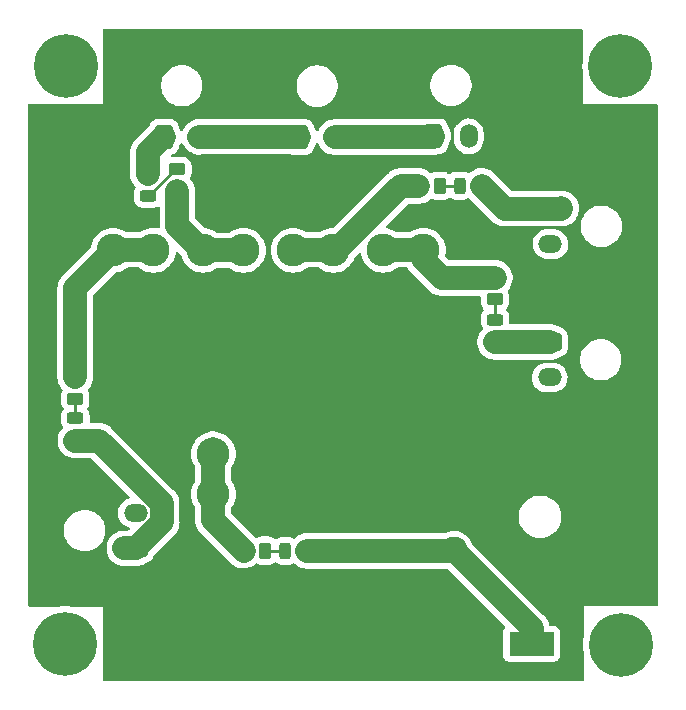
<source format=gbr>
%TF.GenerationSoftware,KiCad,Pcbnew,7.0.8*%
%TF.CreationDate,2024-01-15T21:24:21-08:00*%
%TF.ProjectId,Power Distribution 2023-2024,506f7765-7220-4446-9973-747269627574,rev?*%
%TF.SameCoordinates,Original*%
%TF.FileFunction,Copper,L1,Top*%
%TF.FilePolarity,Positive*%
%FSLAX46Y46*%
G04 Gerber Fmt 4.6, Leading zero omitted, Abs format (unit mm)*
G04 Created by KiCad (PCBNEW 7.0.8) date 2024-01-15 21:24:21*
%MOMM*%
%LPD*%
G01*
G04 APERTURE LIST*
G04 Aperture macros list*
%AMRoundRect*
0 Rectangle with rounded corners*
0 $1 Rounding radius*
0 $2 $3 $4 $5 $6 $7 $8 $9 X,Y pos of 4 corners*
0 Add a 4 corners polygon primitive as box body*
4,1,4,$2,$3,$4,$5,$6,$7,$8,$9,$2,$3,0*
0 Add four circle primitives for the rounded corners*
1,1,$1+$1,$2,$3*
1,1,$1+$1,$4,$5*
1,1,$1+$1,$6,$7*
1,1,$1+$1,$8,$9*
0 Add four rect primitives between the rounded corners*
20,1,$1+$1,$2,$3,$4,$5,0*
20,1,$1+$1,$4,$5,$6,$7,0*
20,1,$1+$1,$6,$7,$8,$9,0*
20,1,$1+$1,$8,$9,$2,$3,0*%
G04 Aperture macros list end*
%TA.AperFunction,ComponentPad*%
%ADD10C,2.780000*%
%TD*%
%TA.AperFunction,SMDPad,CuDef*%
%ADD11RoundRect,0.250000X0.262500X0.450000X-0.262500X0.450000X-0.262500X-0.450000X0.262500X-0.450000X0*%
%TD*%
%TA.AperFunction,ComponentPad*%
%ADD12RoundRect,0.250001X-0.759999X0.499999X-0.759999X-0.499999X0.759999X-0.499999X0.759999X0.499999X0*%
%TD*%
%TA.AperFunction,ComponentPad*%
%ADD13O,2.020000X1.500000*%
%TD*%
%TA.AperFunction,SMDPad,CuDef*%
%ADD14RoundRect,0.250000X-0.450000X0.262500X-0.450000X-0.262500X0.450000X-0.262500X0.450000X0.262500X0*%
%TD*%
%TA.AperFunction,SMDPad,CuDef*%
%ADD15RoundRect,0.250000X-0.262500X-0.450000X0.262500X-0.450000X0.262500X0.450000X-0.262500X0.450000X0*%
%TD*%
%TA.AperFunction,ComponentPad*%
%ADD16RoundRect,0.250001X-0.499999X-0.759999X0.499999X-0.759999X0.499999X0.759999X-0.499999X0.759999X0*%
%TD*%
%TA.AperFunction,ComponentPad*%
%ADD17O,1.500000X2.020000*%
%TD*%
%TA.AperFunction,SMDPad,CuDef*%
%ADD18RoundRect,0.243750X0.456250X-0.243750X0.456250X0.243750X-0.456250X0.243750X-0.456250X-0.243750X0*%
%TD*%
%TA.AperFunction,ComponentPad*%
%ADD19R,2.300000X2.300000*%
%TD*%
%TA.AperFunction,ComponentPad*%
%ADD20C,2.300000*%
%TD*%
%TA.AperFunction,ComponentPad*%
%ADD21C,5.400000*%
%TD*%
%TA.AperFunction,SMDPad,CuDef*%
%ADD22RoundRect,0.250000X0.450000X-0.262500X0.450000X0.262500X-0.450000X0.262500X-0.450000X-0.262500X0*%
%TD*%
%TA.AperFunction,SMDPad,CuDef*%
%ADD23RoundRect,0.243750X0.243750X0.456250X-0.243750X0.456250X-0.243750X-0.456250X0.243750X-0.456250X0*%
%TD*%
%TA.AperFunction,SMDPad,CuDef*%
%ADD24RoundRect,0.243750X-0.456250X0.243750X-0.456250X-0.243750X0.456250X-0.243750X0.456250X0.243750X0*%
%TD*%
%TA.AperFunction,SMDPad,CuDef*%
%ADD25R,3.800000X2.000000*%
%TD*%
%TA.AperFunction,ComponentPad*%
%ADD26RoundRect,0.250001X0.759999X-0.499999X0.759999X0.499999X-0.759999X0.499999X-0.759999X-0.499999X0*%
%TD*%
%TA.AperFunction,Conductor*%
%ADD27C,2.000000*%
%TD*%
%TA.AperFunction,Conductor*%
%ADD28C,0.250000*%
%TD*%
G04 APERTURE END LIST*
D10*
%TO.P,F5,1*%
%TO.N,+12V*%
X228180000Y-126460000D03*
X231580000Y-126460000D03*
%TO.P,F5,2*%
%TO.N,Net-(F5-Pad2)*%
X228180000Y-116540000D03*
X231580000Y-116540000D03*
%TD*%
%TO.P,F2,1*%
%TO.N,+12V*%
X220560000Y-126460000D03*
X223960000Y-126460000D03*
%TO.P,F2,2*%
%TO.N,Net-(F2-Pad2)*%
X220560000Y-116540000D03*
X223960000Y-116540000D03*
%TD*%
D11*
%TO.P,R4,1*%
%TO.N,Net-(D4-A)*%
X233419645Y-141973749D03*
%TO.P,R4,2*%
%TO.N,Net-(F4-Pad1)*%
X231594645Y-141973749D03*
%TD*%
D12*
%TO.P,J3,1,Pin_1*%
%TO.N,Net-(D3-K)*%
X257582214Y-113006100D03*
D13*
%TO.P,J3,2,Pin_2*%
%TO.N,GND*%
X257582214Y-116006100D03*
%TD*%
D14*
%TO.P,R2,1*%
%TO.N,Net-(F2-Pad2)*%
X217344495Y-127279655D03*
%TO.P,R2,2*%
%TO.N,Net-(D2-A)*%
X217344495Y-129104655D03*
%TD*%
D15*
%TO.P,R3,1*%
%TO.N,Net-(F3-Pad2)*%
X246374393Y-111090103D03*
%TO.P,R3,2*%
%TO.N,Net-(D3-A)*%
X248199393Y-111090103D03*
%TD*%
D16*
%TO.P,J7,1,Pin_1*%
%TO.N,Net-(J6-Pin_2)*%
X247666756Y-106897783D03*
D17*
%TO.P,J7,2,Pin_2*%
%TO.N,GND*%
X250666756Y-106897783D03*
%TD*%
D18*
%TO.P,D2,1,K*%
%TO.N,Net-(D2-K)*%
X217354132Y-132660000D03*
%TO.P,D2,2,A*%
%TO.N,Net-(D2-A)*%
X217354132Y-130785000D03*
%TD*%
D10*
%TO.P,F3,1*%
%TO.N,+12V*%
X235800000Y-126460000D03*
X239200000Y-126460000D03*
%TO.P,F3,2*%
%TO.N,Net-(F3-Pad2)*%
X235800000Y-116540000D03*
X239200000Y-116540000D03*
%TD*%
D19*
%TO.P,J4,1,Pin_1*%
%TO.N,+12V*%
X249414056Y-136256176D03*
D20*
%TO.P,J4,2,Pin_2*%
%TO.N,GND*%
X249414056Y-141956177D03*
%TD*%
D16*
%TO.P,J5,1,Pin_1*%
%TO.N,Net-(D5-K)*%
X224862275Y-106931171D03*
D17*
%TO.P,J5,2,Pin_2*%
%TO.N,Net-(J5-Pin_2)*%
X227862275Y-106931171D03*
%TD*%
D21*
%TO.P,He2,1*%
%TO.N,N/C*%
X216522170Y-100948890D03*
%TD*%
D16*
%TO.P,J6,1,Pin_1*%
%TO.N,Net-(J5-Pin_2)*%
X236331218Y-106957707D03*
D17*
%TO.P,J6,2,Pin_2*%
%TO.N,Net-(J6-Pin_2)*%
X239331218Y-106957707D03*
%TD*%
D22*
%TO.P,R5,1*%
%TO.N,Net-(F5-Pad2)*%
X226000000Y-111500000D03*
%TO.P,R5,2*%
%TO.N,Net-(D5-A)*%
X226000000Y-109675000D03*
%TD*%
D14*
%TO.P,R1,1*%
%TO.N,Net-(F1-Pad2)*%
X252890185Y-118884519D03*
%TO.P,R1,2*%
%TO.N,Net-(D1-A)*%
X252890185Y-120709519D03*
%TD*%
D18*
%TO.P,D1,1,K*%
%TO.N,Net-(D1-K)*%
X252899117Y-124302636D03*
%TO.P,D1,2,A*%
%TO.N,Net-(D1-A)*%
X252899117Y-122427636D03*
%TD*%
D23*
%TO.P,D4,1,K*%
%TO.N,GND*%
X236997424Y-142000000D03*
%TO.P,D4,2,A*%
%TO.N,Net-(D4-A)*%
X235122424Y-142000000D03*
%TD*%
D10*
%TO.P,F1,1*%
%TO.N,+12V*%
X243420000Y-126460000D03*
X246820000Y-126460000D03*
%TO.P,F1,2*%
%TO.N,Net-(F1-Pad2)*%
X243420000Y-116540000D03*
X246820000Y-116540000D03*
%TD*%
%TO.P,F4,1*%
%TO.N,Net-(F4-Pad1)*%
X229040000Y-133800000D03*
X229040000Y-137200000D03*
%TO.P,F4,2*%
%TO.N,+12V*%
X238960000Y-133800000D03*
X238960000Y-137200000D03*
%TD*%
D24*
%TO.P,D5,1,K*%
%TO.N,Net-(D5-K)*%
X223500000Y-110062500D03*
%TO.P,D5,2,A*%
%TO.N,Net-(D5-A)*%
X223500000Y-111937500D03*
%TD*%
D21*
%TO.P,He3,1*%
%TO.N,N/C*%
X263495160Y-100967233D03*
%TD*%
D12*
%TO.P,J1,1,Pin_1*%
%TO.N,Net-(D1-K)*%
X257518888Y-124314569D03*
D13*
%TO.P,J1,2,Pin_2*%
%TO.N,GND*%
X257518888Y-127314569D03*
%TD*%
D21*
%TO.P,He1,1*%
%TO.N,N/C*%
X216462748Y-149860000D03*
%TD*%
%TO.P,He4,1*%
%TO.N,N/C*%
X263518251Y-149932561D03*
%TD*%
D25*
%TO.P,REF\u002A\u002A,1*%
%TO.N,GND*%
X256000000Y-149860000D03*
%TD*%
%TO.P,REF\u002A\u002A,1*%
%TO.N,+12V*%
X224000000Y-149500000D03*
%TD*%
D26*
%TO.P,J2,1,Pin_1*%
%TO.N,Net-(D2-K)*%
X222462573Y-141769463D03*
D13*
%TO.P,J2,2,Pin_2*%
%TO.N,GND*%
X222462573Y-138769463D03*
%TD*%
D23*
%TO.P,D3,1,K*%
%TO.N,Net-(D3-K)*%
X251775000Y-111086270D03*
%TO.P,D3,2,A*%
%TO.N,Net-(D3-A)*%
X249900000Y-111086270D03*
%TD*%
D27*
%TO.N,Net-(D1-K)*%
X252899117Y-124302636D02*
X257530821Y-124302636D01*
X257530821Y-124302636D02*
X257518888Y-124314569D01*
D28*
%TO.N,Net-(D1-A)*%
X252899117Y-122427636D02*
X252899117Y-120718451D01*
X252899117Y-120718451D02*
X252890185Y-120709519D01*
D27*
%TO.N,Net-(D2-K)*%
X219370379Y-132660000D02*
X224672573Y-137962194D01*
X224672573Y-139577179D02*
X222480289Y-141769463D01*
X222480289Y-141769463D02*
X221500000Y-141769463D01*
X224672573Y-137962194D02*
X224672573Y-139577179D01*
X217354132Y-132660000D02*
X219370379Y-132660000D01*
D28*
%TO.N,Net-(D2-A)*%
X217354132Y-129114292D02*
X217344495Y-129104655D01*
X217354132Y-130785000D02*
X217354132Y-129114292D01*
X217360782Y-128722867D02*
X217354132Y-128722867D01*
D27*
%TO.N,Net-(D3-K)*%
X258500000Y-113000000D02*
X258493900Y-113006100D01*
X258493900Y-113006100D02*
X253694830Y-113006100D01*
D28*
X251779894Y-111081376D02*
X251775000Y-111086270D01*
D27*
X253694830Y-113006100D02*
X251775000Y-111086270D01*
D28*
%TO.N,Net-(D3-A)*%
X248199393Y-111090103D02*
X249896167Y-111090103D01*
X249896167Y-111090103D02*
X249900000Y-111086270D01*
D27*
%TO.N,GND*%
X236997424Y-142000000D02*
X249370233Y-142000000D01*
X256000000Y-149860000D02*
X256000000Y-148542121D01*
X256000000Y-148542121D02*
X249414056Y-141956177D01*
X249370233Y-142000000D02*
X249414056Y-141956177D01*
D28*
%TO.N,Net-(D4-A)*%
X235446184Y-142000000D02*
X233553816Y-142000000D01*
D27*
%TO.N,Net-(F1-Pad2)*%
X243415749Y-116500000D02*
X246815749Y-116500000D01*
D28*
X247482902Y-117238864D02*
X247450749Y-117271017D01*
X246847902Y-117238864D02*
X246815749Y-117271017D01*
D27*
X246815749Y-117315749D02*
X246815749Y-117271017D01*
X248384519Y-118884519D02*
X246815749Y-117315749D01*
X252890185Y-118884519D02*
X248384519Y-118884519D01*
%TO.N,Net-(F2-Pad2)*%
X220560000Y-116540000D02*
X217344495Y-119755505D01*
X217344495Y-119755505D02*
X217344495Y-127279655D01*
X223955749Y-116500000D02*
X220555749Y-116500000D01*
D28*
%TO.N,Net-(F3-Pad2)*%
X239055268Y-116540000D02*
X238760000Y-116835268D01*
X239200000Y-116540000D02*
X239055268Y-116540000D01*
D27*
X244909897Y-111090103D02*
X246374393Y-111090103D01*
X239200000Y-116540000D02*
X239460000Y-116540000D01*
X239460000Y-116540000D02*
X244909897Y-111090103D01*
X235795749Y-116500000D02*
X239195749Y-116500000D01*
%TO.N,Net-(J5-Pin_2)*%
X236304682Y-106931171D02*
X236331218Y-106957707D01*
X227862275Y-106931171D02*
X236304682Y-106931171D01*
%TO.N,Net-(J6-Pin_2)*%
X239331218Y-106957707D02*
X247606832Y-106957707D01*
X247606832Y-106957707D02*
X247666756Y-106897783D01*
D28*
%TO.N,Net-(D5-A)*%
X225825000Y-109675000D02*
X226000000Y-109675000D01*
X223562500Y-111937500D02*
X225825000Y-109675000D01*
X223500000Y-111937500D02*
X223562500Y-111937500D01*
D27*
%TO.N,Net-(D5-K)*%
X223500000Y-110062500D02*
X223500000Y-108236612D01*
X224805441Y-106931171D02*
X224862275Y-106931171D01*
X223500000Y-108236612D02*
X224805441Y-106931171D01*
%TO.N,Net-(F4-Pad1)*%
X229000000Y-139379104D02*
X229000000Y-133370002D01*
X231594645Y-141973749D02*
X229000000Y-139379104D01*
%TO.N,Net-(F5-Pad2)*%
X231575749Y-116500000D02*
X231535749Y-116540000D01*
X228180000Y-116540000D02*
X228040000Y-116540000D01*
X226000000Y-114500000D02*
X226000000Y-111500000D01*
D28*
X228248249Y-117198517D02*
X228175749Y-117271017D01*
D27*
X231535749Y-116540000D02*
X228180000Y-116540000D01*
X228040000Y-116540000D02*
X226000000Y-114500000D01*
%TD*%
%TA.AperFunction,Conductor*%
%TO.N,+12V*%
G36*
X260293039Y-97810185D02*
G01*
X260338794Y-97862989D01*
X260350000Y-97914500D01*
X260350000Y-100361107D01*
X260348248Y-100381878D01*
X260309774Y-100608318D01*
X260309772Y-100608330D01*
X260289617Y-100967233D01*
X260309772Y-101326135D01*
X260309774Y-101326147D01*
X260348248Y-101552586D01*
X260350000Y-101573357D01*
X260350000Y-104140000D01*
X263051517Y-104140000D01*
X263072288Y-104141752D01*
X263080213Y-104143098D01*
X263136253Y-104152620D01*
X263495160Y-104172776D01*
X263854067Y-104152620D01*
X263911600Y-104142844D01*
X263918032Y-104141752D01*
X263938803Y-104140000D01*
X266575500Y-104140000D01*
X266642539Y-104159685D01*
X266688294Y-104212489D01*
X266699500Y-104264000D01*
X266699500Y-146555138D01*
X266679815Y-146622177D01*
X266627011Y-146667932D01*
X266575500Y-146679138D01*
X260381221Y-146679138D01*
X260381221Y-149278586D01*
X260379469Y-149299357D01*
X260332865Y-149573646D01*
X260332863Y-149573658D01*
X260312708Y-149932561D01*
X260332863Y-150291463D01*
X260332865Y-150291475D01*
X260379469Y-150565763D01*
X260381221Y-150586534D01*
X260381221Y-152910500D01*
X260361536Y-152977539D01*
X260308732Y-153023294D01*
X260257221Y-153034500D01*
X219791895Y-153034500D01*
X219724856Y-153014815D01*
X219679101Y-152962011D01*
X219667895Y-152910500D01*
X219667895Y-149868792D01*
X219667993Y-149865314D01*
X219668291Y-149860002D01*
X219668291Y-149859995D01*
X219667993Y-149854683D01*
X219667895Y-149851207D01*
X219667895Y-146708221D01*
X217029917Y-146708221D01*
X217009146Y-146706469D01*
X216821662Y-146674614D01*
X216821650Y-146674612D01*
X216462748Y-146654457D01*
X216103845Y-146674612D01*
X216103833Y-146674614D01*
X215916350Y-146706469D01*
X215895579Y-146708221D01*
X213484500Y-146708221D01*
X213417461Y-146688536D01*
X213371706Y-146635732D01*
X213360500Y-146584221D01*
X213360500Y-140400650D01*
X216392073Y-140400650D01*
X216407595Y-140503628D01*
X216431177Y-140660078D01*
X216431178Y-140660080D01*
X216431179Y-140660086D01*
X216508511Y-140910789D01*
X216622340Y-141147159D01*
X216622341Y-141147160D01*
X216622343Y-141147163D01*
X216622345Y-141147167D01*
X216661472Y-141204555D01*
X216770140Y-141363942D01*
X216948587Y-141556264D01*
X216948591Y-141556267D01*
X216948592Y-141556268D01*
X217153716Y-141719849D01*
X217380930Y-141851031D01*
X217625157Y-141946883D01*
X217880943Y-142005265D01*
X217880949Y-142005265D01*
X217880952Y-142005266D01*
X218077073Y-142019963D01*
X218077079Y-142019963D01*
X218208073Y-142019963D01*
X218404193Y-142005266D01*
X218404195Y-142005265D01*
X218404203Y-142005265D01*
X218659989Y-141946883D01*
X218904216Y-141851031D01*
X219131430Y-141719849D01*
X219336554Y-141556268D01*
X219515006Y-141363942D01*
X219662801Y-141147167D01*
X219776636Y-140910786D01*
X219853969Y-140660078D01*
X219893073Y-140400645D01*
X219893073Y-140138281D01*
X219853969Y-139878848D01*
X219776636Y-139628140D01*
X219746392Y-139565337D01*
X219662805Y-139391766D01*
X219662804Y-139391765D01*
X219662803Y-139391764D01*
X219662801Y-139391759D01*
X219515006Y-139174984D01*
X219505014Y-139164216D01*
X219336558Y-138982661D01*
X219297106Y-138951199D01*
X219131430Y-138819077D01*
X218904216Y-138687895D01*
X218659989Y-138592043D01*
X218659984Y-138592041D01*
X218659975Y-138592039D01*
X218442391Y-138542377D01*
X218404203Y-138533661D01*
X218404202Y-138533660D01*
X218404198Y-138533660D01*
X218404193Y-138533659D01*
X218208073Y-138518963D01*
X218208067Y-138518963D01*
X218077079Y-138518963D01*
X218077073Y-138518963D01*
X217880952Y-138533659D01*
X217880947Y-138533660D01*
X217625170Y-138592039D01*
X217625151Y-138592045D01*
X217380929Y-138687895D01*
X217153716Y-138819077D01*
X216948587Y-138982661D01*
X216770140Y-139174983D01*
X216622341Y-139391765D01*
X216622340Y-139391766D01*
X216508511Y-139628136D01*
X216431179Y-139878839D01*
X216431178Y-139878844D01*
X216431177Y-139878848D01*
X216427887Y-139900675D01*
X216392073Y-140138275D01*
X216392073Y-140400650D01*
X213360500Y-140400650D01*
X213360500Y-119817725D01*
X215840137Y-119817725D01*
X215843518Y-119844847D01*
X215843995Y-119852523D01*
X215843995Y-127341720D01*
X215859385Y-127527468D01*
X215859387Y-127527479D01*
X215920431Y-127768536D01*
X216020321Y-127996261D01*
X216156328Y-128204437D01*
X216242237Y-128297759D01*
X216273159Y-128360414D01*
X216265299Y-128429840D01*
X216256547Y-128446837D01*
X216209683Y-128522816D01*
X216209680Y-128522823D01*
X216195682Y-128565068D01*
X216154496Y-128689358D01*
X216154496Y-128689359D01*
X216154495Y-128689359D01*
X216143995Y-128792138D01*
X216143995Y-129417156D01*
X216143996Y-129417174D01*
X216154495Y-129519951D01*
X216154496Y-129519954D01*
X216209680Y-129686486D01*
X216209682Y-129686491D01*
X216301784Y-129835812D01*
X216338606Y-129872634D01*
X216372091Y-129933957D01*
X216367107Y-130003649D01*
X216338608Y-130047995D01*
X216310103Y-130076500D01*
X216218774Y-130224566D01*
X216218769Y-130224577D01*
X216164045Y-130389723D01*
X216153632Y-130491644D01*
X216153632Y-131078355D01*
X216164045Y-131180276D01*
X216218769Y-131345422D01*
X216218771Y-131345427D01*
X216291071Y-131462643D01*
X216309511Y-131530036D01*
X216288588Y-131596699D01*
X216269518Y-131618967D01*
X216246399Y-131640250D01*
X216246393Y-131640257D01*
X216093660Y-131836487D01*
X216093657Y-131836491D01*
X215975304Y-132055188D01*
X215975301Y-132055197D01*
X215894561Y-132290383D01*
X215853632Y-132535665D01*
X215853632Y-132784334D01*
X215894561Y-133029616D01*
X215975301Y-133264802D01*
X215975304Y-133264811D01*
X215975963Y-133266028D01*
X216093658Y-133483509D01*
X216246394Y-133679744D01*
X216377025Y-133799998D01*
X216429349Y-133848166D01*
X216637525Y-133984173D01*
X216865250Y-134084063D01*
X217106307Y-134145107D01*
X217106311Y-134145108D01*
X217106313Y-134145108D01*
X217106318Y-134145109D01*
X217239508Y-134156145D01*
X217292065Y-134160500D01*
X218697489Y-134160500D01*
X218764528Y-134180185D01*
X218785170Y-134196819D01*
X221940715Y-137352363D01*
X221974200Y-137413686D01*
X221969216Y-137483378D01*
X221927344Y-137539311D01*
X221886024Y-137559575D01*
X221761410Y-137593967D01*
X221761399Y-137593971D01*
X221558606Y-137691630D01*
X221558598Y-137691634D01*
X221376500Y-137823936D01*
X221376498Y-137823937D01*
X221220939Y-137986639D01*
X221096936Y-138174496D01*
X221008472Y-138381467D01*
X221008468Y-138381480D01*
X220958383Y-138600920D01*
X220958381Y-138600931D01*
X220948283Y-138825788D01*
X220948283Y-138825793D01*
X220978498Y-139048850D01*
X220978499Y-139048853D01*
X221048056Y-139262928D01*
X221154719Y-139461141D01*
X221154721Y-139461144D01*
X221295062Y-139637126D01*
X221295064Y-139637127D01*
X221295065Y-139637129D01*
X221464577Y-139785228D01*
X221657809Y-139900678D01*
X221868549Y-139979770D01*
X221871648Y-139980332D01*
X221872086Y-139980412D01*
X221873567Y-139981155D01*
X221873917Y-139981252D01*
X221873897Y-139981321D01*
X221934532Y-140011752D01*
X221970122Y-140071878D01*
X221967556Y-140141701D01*
X221937624Y-140190099D01*
X221895081Y-140232643D01*
X221833759Y-140266129D01*
X221807399Y-140268963D01*
X221437933Y-140268963D01*
X221418521Y-140270571D01*
X221252186Y-140284353D01*
X221252175Y-140284355D01*
X221011118Y-140345399D01*
X220783393Y-140445289D01*
X220575217Y-140581296D01*
X220392261Y-140749720D01*
X220239524Y-140945956D01*
X220121172Y-141164651D01*
X220121169Y-141164660D01*
X220040429Y-141399846D01*
X219999500Y-141645128D01*
X219999500Y-141893797D01*
X220040429Y-142139079D01*
X220121169Y-142374265D01*
X220121172Y-142374274D01*
X220237267Y-142588798D01*
X220239526Y-142592972D01*
X220392262Y-142789207D01*
X220535431Y-142921003D01*
X220575217Y-142957629D01*
X220783393Y-143093636D01*
X221011118Y-143193526D01*
X221161710Y-143231661D01*
X221252179Y-143254571D01*
X221252181Y-143254571D01*
X221252186Y-143254572D01*
X221385376Y-143265608D01*
X221437933Y-143269963D01*
X222383270Y-143269963D01*
X222390941Y-143270438D01*
X222418068Y-143273820D01*
X222511324Y-143269963D01*
X222542356Y-143269963D01*
X222573279Y-143267400D01*
X222666526Y-143263544D01*
X222693271Y-143257935D01*
X222700871Y-143256827D01*
X222728110Y-143254571D01*
X222728113Y-143254570D01*
X222728115Y-143254570D01*
X222728118Y-143254569D01*
X222818577Y-143231661D01*
X222909903Y-143212512D01*
X222935366Y-143202575D01*
X222942663Y-143200237D01*
X222969170Y-143193526D01*
X223054624Y-143156042D01*
X223141563Y-143122119D01*
X223165050Y-143108122D01*
X223171870Y-143104612D01*
X223196896Y-143093636D01*
X223268642Y-143046762D01*
X223275008Y-143042603D01*
X223281291Y-143038858D01*
X223297792Y-143029025D01*
X223348667Y-143012189D01*
X223375370Y-143009462D01*
X223541907Y-142954277D01*
X223691228Y-142862174D01*
X223815284Y-142738118D01*
X223907387Y-142588797D01*
X223959797Y-142430631D01*
X223989820Y-142381958D01*
X225664995Y-140706783D01*
X225670740Y-140701709D01*
X225692317Y-140684917D01*
X225755522Y-140616257D01*
X225777475Y-140594305D01*
X225797539Y-140570614D01*
X225860737Y-140501964D01*
X225875690Y-140479073D01*
X225880270Y-140472933D01*
X225897939Y-140452073D01*
X225945709Y-140371903D01*
X225996746Y-140293786D01*
X226007727Y-140268750D01*
X226011230Y-140261943D01*
X226025229Y-140238452D01*
X226059153Y-140151511D01*
X226096636Y-140066060D01*
X226103344Y-140039564D01*
X226105683Y-140032262D01*
X226115623Y-140006793D01*
X226134775Y-139915453D01*
X226157681Y-139825000D01*
X226159937Y-139797772D01*
X226161046Y-139790161D01*
X226162081Y-139785226D01*
X226166654Y-139763416D01*
X226170510Y-139670169D01*
X226173073Y-139639246D01*
X226173073Y-139608214D01*
X226176930Y-139514958D01*
X226173548Y-139487830D01*
X226173073Y-139480160D01*
X226173073Y-138059212D01*
X226173550Y-138051536D01*
X226176930Y-138024414D01*
X226176930Y-138024413D01*
X226173073Y-137931158D01*
X226173073Y-137900128D01*
X226170510Y-137869203D01*
X226166930Y-137782625D01*
X226166654Y-137775957D01*
X226161046Y-137749210D01*
X226159937Y-137741600D01*
X226157682Y-137714381D01*
X226157680Y-137714370D01*
X226134775Y-137623919D01*
X226115623Y-137532580D01*
X226105685Y-137507114D01*
X226103347Y-137499817D01*
X226096636Y-137473313D01*
X226059153Y-137387861D01*
X226025229Y-137300921D01*
X226011238Y-137277442D01*
X226007723Y-137270612D01*
X225996746Y-137245587D01*
X225992961Y-137239794D01*
X225966964Y-137200001D01*
X227144671Y-137200001D01*
X227163963Y-137469733D01*
X227163964Y-137469740D01*
X227221443Y-137733971D01*
X227315948Y-137987349D01*
X227315950Y-137987353D01*
X227445544Y-138224686D01*
X227445545Y-138224687D01*
X227445548Y-138224692D01*
X227474767Y-138263724D01*
X227499184Y-138329187D01*
X227499500Y-138338034D01*
X227499500Y-139282085D01*
X227499024Y-139289760D01*
X227495643Y-139316883D01*
X227499500Y-139410139D01*
X227499500Y-139441168D01*
X227502062Y-139472094D01*
X227505918Y-139565337D01*
X227511526Y-139592087D01*
X227512635Y-139599694D01*
X227514891Y-139626922D01*
X227514891Y-139626923D01*
X227537801Y-139717392D01*
X227556951Y-139808718D01*
X227556952Y-139808720D01*
X227566882Y-139834171D01*
X227569227Y-139841491D01*
X227575937Y-139867985D01*
X227596758Y-139915453D01*
X227613420Y-139953439D01*
X227647344Y-140040379D01*
X227661332Y-140063854D01*
X227664852Y-140070692D01*
X227675825Y-140095708D01*
X227675827Y-140095711D01*
X227726860Y-140173824D01*
X227774634Y-140253998D01*
X227792296Y-140274851D01*
X227796887Y-140281008D01*
X227811836Y-140303889D01*
X227811837Y-140303890D01*
X227875033Y-140372539D01*
X227895100Y-140396233D01*
X227917049Y-140418182D01*
X227980257Y-140486843D01*
X228001822Y-140503628D01*
X228007587Y-140508719D01*
X230577516Y-143078649D01*
X230612831Y-143108559D01*
X230719751Y-143199115D01*
X230933371Y-143326405D01*
X231165031Y-143416798D01*
X231408408Y-143467829D01*
X231656866Y-143478106D01*
X231903626Y-143447347D01*
X232077856Y-143395476D01*
X232141959Y-143376393D01*
X232365353Y-143267182D01*
X232365354Y-143267181D01*
X232365361Y-143267178D01*
X232567740Y-143122681D01*
X232610173Y-143080247D01*
X232671495Y-143046762D01*
X232741186Y-143051746D01*
X232762950Y-143062389D01*
X232837804Y-143108559D01*
X232837805Y-143108559D01*
X232837811Y-143108563D01*
X233004348Y-143163748D01*
X233107136Y-143174249D01*
X233732153Y-143174248D01*
X233732161Y-143174247D01*
X233732164Y-143174247D01*
X233788447Y-143168497D01*
X233834942Y-143163748D01*
X234001479Y-143108563D01*
X234150801Y-143016461D01*
X234180897Y-142986363D01*
X234242216Y-142952880D01*
X234311908Y-142957862D01*
X234356259Y-142986364D01*
X234413920Y-143044025D01*
X234413924Y-143044028D01*
X234561990Y-143135357D01*
X234561993Y-143135358D01*
X234561999Y-143135362D01*
X234727149Y-143190087D01*
X234829076Y-143200500D01*
X234829081Y-143200500D01*
X235415767Y-143200500D01*
X235415772Y-143200500D01*
X235517699Y-143190087D01*
X235682849Y-143135362D01*
X235801946Y-143061901D01*
X235869337Y-143043461D01*
X235936000Y-143064383D01*
X235951021Y-143076207D01*
X236015281Y-143135362D01*
X236072641Y-143188166D01*
X236280817Y-143324173D01*
X236508542Y-143424063D01*
X236681370Y-143467829D01*
X236749603Y-143485108D01*
X236749605Y-143485108D01*
X236749610Y-143485109D01*
X236882800Y-143496145D01*
X236935357Y-143500500D01*
X248784989Y-143500500D01*
X248852028Y-143520185D01*
X248872670Y-143536819D01*
X253707512Y-148371660D01*
X253740997Y-148432983D01*
X253736013Y-148502675D01*
X253719098Y-148533651D01*
X253656206Y-148617664D01*
X253656202Y-148617671D01*
X253605908Y-148752517D01*
X253599501Y-148812116D01*
X253599501Y-148812123D01*
X253599500Y-148812135D01*
X253599500Y-150907870D01*
X253599501Y-150907876D01*
X253605908Y-150967483D01*
X253656202Y-151102328D01*
X253656206Y-151102335D01*
X253742452Y-151217544D01*
X253742455Y-151217547D01*
X253857664Y-151303793D01*
X253857671Y-151303797D01*
X253992517Y-151354091D01*
X253992516Y-151354091D01*
X253999444Y-151354835D01*
X254052127Y-151360500D01*
X255865662Y-151360499D01*
X255865676Y-151360500D01*
X255875665Y-151360500D01*
X256134325Y-151360500D01*
X256134337Y-151360499D01*
X257947871Y-151360499D01*
X257947872Y-151360499D01*
X258007483Y-151354091D01*
X258142331Y-151303796D01*
X258257546Y-151217546D01*
X258343796Y-151102331D01*
X258394091Y-150967483D01*
X258400500Y-150907873D01*
X258400499Y-148812128D01*
X258394091Y-148752517D01*
X258343796Y-148617669D01*
X258343795Y-148617668D01*
X258343793Y-148617664D01*
X258257547Y-148502455D01*
X258257544Y-148502452D01*
X258142335Y-148416206D01*
X258142328Y-148416202D01*
X258007482Y-148365908D01*
X258007483Y-148365908D01*
X257947883Y-148359501D01*
X257947881Y-148359500D01*
X257947873Y-148359500D01*
X257947865Y-148359500D01*
X257598132Y-148359500D01*
X257531093Y-148339815D01*
X257485338Y-148287011D01*
X257477926Y-148265940D01*
X257462196Y-148203824D01*
X257462196Y-148203823D01*
X257443049Y-148112507D01*
X257433116Y-148087053D01*
X257430771Y-148079730D01*
X257424064Y-148053244D01*
X257424063Y-148053240D01*
X257413973Y-148030237D01*
X257386574Y-147967772D01*
X257352655Y-147880848D01*
X257352655Y-147880847D01*
X257338664Y-147857366D01*
X257335147Y-147850532D01*
X257324175Y-147825519D01*
X257324173Y-147825514D01*
X257273134Y-147747393D01*
X257225366Y-147667227D01*
X257207702Y-147646371D01*
X257203106Y-147640207D01*
X257188166Y-147617339D01*
X257188165Y-147617338D01*
X257188164Y-147617336D01*
X257124955Y-147548673D01*
X257104899Y-147524992D01*
X257082961Y-147503054D01*
X257019747Y-147434386D01*
X257019739Y-147434379D01*
X256998177Y-147417597D01*
X256992419Y-147412513D01*
X250980723Y-141400816D01*
X250953843Y-141360587D01*
X250889213Y-141204555D01*
X250889211Y-141204552D01*
X250889210Y-141204549D01*
X250753468Y-140983037D01*
X250584745Y-140785488D01*
X250387196Y-140616765D01*
X250165684Y-140481023D01*
X250165683Y-140481022D01*
X250165679Y-140481020D01*
X249960976Y-140396230D01*
X249925666Y-140381604D01*
X249925667Y-140381604D01*
X249774862Y-140345399D01*
X249673050Y-140320956D01*
X249673048Y-140320955D01*
X249673047Y-140320955D01*
X249414056Y-140300573D01*
X249155065Y-140320955D01*
X248902445Y-140381604D01*
X248662435Y-140481019D01*
X248662429Y-140481022D01*
X248662279Y-140481114D01*
X248662089Y-140481230D01*
X248661937Y-140481273D01*
X248658096Y-140483231D01*
X248657706Y-140482466D01*
X248597305Y-140499500D01*
X236935357Y-140499500D01*
X236915945Y-140501108D01*
X236749610Y-140514890D01*
X236749599Y-140514892D01*
X236508542Y-140575936D01*
X236280817Y-140675826D01*
X236072641Y-140811833D01*
X235951025Y-140923789D01*
X235888370Y-140954711D01*
X235818944Y-140946851D01*
X235801945Y-140938097D01*
X235682857Y-140864642D01*
X235682851Y-140864639D01*
X235682849Y-140864638D01*
X235682846Y-140864637D01*
X235517700Y-140809913D01*
X235415779Y-140799500D01*
X235415772Y-140799500D01*
X234829076Y-140799500D01*
X234829068Y-140799500D01*
X234727147Y-140809913D01*
X234562001Y-140864637D01*
X234561990Y-140864642D01*
X234413924Y-140955971D01*
X234413919Y-140955974D01*
X234382509Y-140987385D01*
X234321185Y-141020870D01*
X234251494Y-141015884D01*
X234207148Y-140987384D01*
X234150802Y-140931038D01*
X234150801Y-140931037D01*
X234043157Y-140864642D01*
X234001481Y-140838936D01*
X234001476Y-140838934D01*
X233979090Y-140831516D01*
X233834942Y-140783750D01*
X233834940Y-140783749D01*
X233732155Y-140773249D01*
X233107143Y-140773249D01*
X233107125Y-140773250D01*
X233004348Y-140783749D01*
X233004345Y-140783750D01*
X232837813Y-140838934D01*
X232837804Y-140838938D01*
X232762951Y-140885108D01*
X232695558Y-140903548D01*
X232628895Y-140882625D01*
X232610174Y-140867250D01*
X230984043Y-139241119D01*
X254913557Y-139241119D01*
X254953775Y-139507950D01*
X254953777Y-139507956D01*
X255033319Y-139765824D01*
X255150403Y-140008952D01*
X255150405Y-140008954D01*
X255150406Y-140008957D01*
X255262810Y-140173824D01*
X255302422Y-140231924D01*
X255485967Y-140429740D01*
X255485971Y-140429743D01*
X255485972Y-140429744D01*
X255696955Y-140597998D01*
X255930659Y-140732926D01*
X256181862Y-140831517D01*
X256444954Y-140891566D01*
X256473772Y-140893725D01*
X256646675Y-140906683D01*
X256646681Y-140906683D01*
X256781439Y-140906683D01*
X256932728Y-140895345D01*
X256983160Y-140891566D01*
X257246252Y-140831517D01*
X257497455Y-140732926D01*
X257731159Y-140597998D01*
X257942142Y-140429744D01*
X258125692Y-140231924D01*
X258277708Y-140008958D01*
X258291051Y-139981252D01*
X258302273Y-139957948D01*
X258394795Y-139765824D01*
X258474337Y-139507955D01*
X258478527Y-139480160D01*
X258514556Y-139241119D01*
X258514557Y-139241110D01*
X258514557Y-138971255D01*
X258514556Y-138971246D01*
X258474338Y-138704415D01*
X258474336Y-138704409D01*
X258469242Y-138687895D01*
X258394795Y-138446542D01*
X258287955Y-138224687D01*
X258277710Y-138203413D01*
X258277709Y-138203412D01*
X258277708Y-138203409D01*
X258125692Y-137980442D01*
X258051171Y-137900127D01*
X257942146Y-137782625D01*
X257828042Y-137691630D01*
X257731159Y-137614368D01*
X257497455Y-137479440D01*
X257497453Y-137479439D01*
X257246252Y-137380849D01*
X257246245Y-137380847D01*
X256983158Y-137320799D01*
X256781439Y-137305683D01*
X256781433Y-137305683D01*
X256646681Y-137305683D01*
X256646675Y-137305683D01*
X256444955Y-137320799D01*
X256181868Y-137380847D01*
X256181861Y-137380849D01*
X255930660Y-137479439D01*
X255930656Y-137479441D01*
X255696955Y-137614368D01*
X255485967Y-137782625D01*
X255302422Y-137980441D01*
X255150402Y-138203414D01*
X255150401Y-138203415D01*
X255033320Y-138446538D01*
X254953777Y-138704409D01*
X254953775Y-138704415D01*
X254913557Y-138971246D01*
X254913557Y-139241119D01*
X230984043Y-139241119D01*
X230536819Y-138793895D01*
X230503334Y-138732572D01*
X230500500Y-138706214D01*
X230500500Y-138444901D01*
X230520185Y-138377862D01*
X230525218Y-138370611D01*
X230634452Y-138224692D01*
X230764052Y-137987348D01*
X230858555Y-137733976D01*
X230916037Y-137469733D01*
X230935329Y-137200000D01*
X230916037Y-136930267D01*
X230858555Y-136666024D01*
X230764052Y-136412652D01*
X230634452Y-136175308D01*
X230634450Y-136175305D01*
X230525233Y-136029407D01*
X230500816Y-135963943D01*
X230500500Y-135955097D01*
X230500500Y-135044901D01*
X230520185Y-134977862D01*
X230525218Y-134970611D01*
X230634452Y-134824692D01*
X230764052Y-134587348D01*
X230858555Y-134333976D01*
X230916037Y-134069733D01*
X230935329Y-133800000D01*
X230916037Y-133530267D01*
X230858555Y-133266024D01*
X230764052Y-133012652D01*
X230634452Y-132775308D01*
X230634450Y-132775305D01*
X230472400Y-132558830D01*
X230472384Y-132558812D01*
X230281187Y-132367615D01*
X230281169Y-132367599D01*
X230064694Y-132205549D01*
X230064686Y-132205544D01*
X229827353Y-132075950D01*
X229827342Y-132075945D01*
X229619386Y-131998381D01*
X229611536Y-131994813D01*
X229604810Y-131991173D01*
X229369616Y-131910431D01*
X229124335Y-131869502D01*
X228875665Y-131869502D01*
X228630383Y-131910431D01*
X228395197Y-131991171D01*
X228395188Y-131991174D01*
X228176490Y-132109528D01*
X228176489Y-132109529D01*
X228149940Y-132130192D01*
X228133209Y-132141167D01*
X228015309Y-132205547D01*
X228015304Y-132205550D01*
X227798830Y-132367599D01*
X227798812Y-132367615D01*
X227607615Y-132558812D01*
X227607599Y-132558830D01*
X227445549Y-132775305D01*
X227445544Y-132775313D01*
X227315950Y-133012646D01*
X227315948Y-133012650D01*
X227221443Y-133266028D01*
X227163964Y-133530259D01*
X227163963Y-133530266D01*
X227144671Y-133799998D01*
X227144671Y-133800001D01*
X227163963Y-134069733D01*
X227163964Y-134069740D01*
X227221443Y-134333971D01*
X227315948Y-134587349D01*
X227315950Y-134587353D01*
X227445544Y-134824686D01*
X227445545Y-134824687D01*
X227445548Y-134824692D01*
X227474767Y-134863724D01*
X227499184Y-134929187D01*
X227499500Y-134938034D01*
X227499500Y-136061965D01*
X227479815Y-136129004D01*
X227474768Y-136136275D01*
X227445544Y-136175313D01*
X227315950Y-136412646D01*
X227315948Y-136412650D01*
X227221443Y-136666028D01*
X227163964Y-136930259D01*
X227163963Y-136930266D01*
X227144671Y-137199998D01*
X227144671Y-137200001D01*
X225966964Y-137200001D01*
X225945710Y-137167469D01*
X225916156Y-137117873D01*
X225897939Y-137087300D01*
X225897936Y-137087296D01*
X225880277Y-137066446D01*
X225875678Y-137060279D01*
X225860739Y-137037412D01*
X225860737Y-137037409D01*
X225797530Y-136968748D01*
X225777473Y-136945066D01*
X225755534Y-136923127D01*
X225692320Y-136854459D01*
X225692312Y-136854452D01*
X225670750Y-136837670D01*
X225664992Y-136832586D01*
X220499994Y-131667587D01*
X220494903Y-131661822D01*
X220478118Y-131640257D01*
X220409457Y-131577049D01*
X220387508Y-131555100D01*
X220363814Y-131535033D01*
X220358386Y-131530036D01*
X220295164Y-131471836D01*
X220272283Y-131456887D01*
X220266126Y-131452296D01*
X220245273Y-131434634D01*
X220165099Y-131386860D01*
X220101677Y-131345425D01*
X220086983Y-131335825D01*
X220061967Y-131324852D01*
X220055129Y-131321332D01*
X220031654Y-131307344D01*
X219944714Y-131273420D01*
X219859260Y-131235937D01*
X219859256Y-131235936D01*
X219859254Y-131235935D01*
X219832766Y-131229227D01*
X219825446Y-131226882D01*
X219808972Y-131220454D01*
X219799993Y-131216951D01*
X219708667Y-131197801D01*
X219618198Y-131174891D01*
X219590969Y-131172635D01*
X219583362Y-131171526D01*
X219563365Y-131167334D01*
X219556616Y-131165919D01*
X219556614Y-131165918D01*
X219463369Y-131162062D01*
X219432446Y-131159500D01*
X219432443Y-131159500D01*
X219401414Y-131159500D01*
X219308159Y-131155643D01*
X219308158Y-131155643D01*
X219281031Y-131159024D01*
X219273360Y-131159500D01*
X218678632Y-131159500D01*
X218611593Y-131139815D01*
X218565838Y-131087011D01*
X218554632Y-131035500D01*
X218554632Y-130491657D01*
X218554631Y-130491644D01*
X218544219Y-130389725D01*
X218489494Y-130224575D01*
X218489490Y-130224569D01*
X218489489Y-130224566D01*
X218398160Y-130076500D01*
X218398157Y-130076496D01*
X218360020Y-130038358D01*
X218326535Y-129977035D01*
X218331521Y-129907343D01*
X218360020Y-129862997D01*
X218387207Y-129835811D01*
X218479309Y-129686489D01*
X218534494Y-129519952D01*
X218544995Y-129417164D01*
X218544994Y-128792147D01*
X218534494Y-128689358D01*
X218479309Y-128522821D01*
X218432441Y-128446836D01*
X218414002Y-128379445D01*
X218434925Y-128312782D01*
X218446740Y-128297771D01*
X218532659Y-128204440D01*
X218668668Y-127996262D01*
X218768558Y-127768536D01*
X218829603Y-127527476D01*
X218832544Y-127491992D01*
X218842577Y-127370899D01*
X256004598Y-127370899D01*
X256034813Y-127593956D01*
X256034814Y-127593959D01*
X256104371Y-127808034D01*
X256211034Y-128006247D01*
X256211036Y-128006250D01*
X256351377Y-128182232D01*
X256351379Y-128182233D01*
X256351380Y-128182235D01*
X256520892Y-128330334D01*
X256714124Y-128445784D01*
X256919394Y-128522823D01*
X256924864Y-128524876D01*
X257146338Y-128565069D01*
X257146341Y-128565069D01*
X257835036Y-128565069D01*
X257835043Y-128565069D01*
X258003076Y-128549946D01*
X258003080Y-128549945D01*
X258220048Y-128490065D01*
X258220050Y-128490064D01*
X258220058Y-128490062D01*
X258422861Y-128392398D01*
X258604966Y-128260091D01*
X258760520Y-128097394D01*
X258884523Y-127909537D01*
X258972991Y-127702557D01*
X259023079Y-127483106D01*
X259033178Y-127258239D01*
X259002963Y-127035182D01*
X258933405Y-126821105D01*
X258826740Y-126622888D01*
X258686396Y-126446903D01*
X258516884Y-126298804D01*
X258323652Y-126183354D01*
X258205663Y-126139072D01*
X258112911Y-126104261D01*
X257891438Y-126064069D01*
X257891435Y-126064069D01*
X257528307Y-126064069D01*
X257475166Y-126048465D01*
X257446000Y-126062454D01*
X257426049Y-126064069D01*
X257202733Y-126064069D01*
X257164287Y-126067529D01*
X257034701Y-126079191D01*
X257034695Y-126079192D01*
X256817727Y-126139072D01*
X256817714Y-126139077D01*
X256614921Y-126236736D01*
X256614913Y-126236740D01*
X256432815Y-126369042D01*
X256432813Y-126369043D01*
X256277254Y-126531745D01*
X256153251Y-126719602D01*
X256064787Y-126926573D01*
X256064783Y-126926586D01*
X256014698Y-127146026D01*
X256014696Y-127146037D01*
X256009657Y-127258243D01*
X256004598Y-127370899D01*
X218842577Y-127370899D01*
X218844995Y-127341720D01*
X218844995Y-125945756D01*
X260088388Y-125945756D01*
X260103870Y-126048465D01*
X260127492Y-126205184D01*
X260127493Y-126205186D01*
X260127494Y-126205192D01*
X260204826Y-126455895D01*
X260318655Y-126692265D01*
X260318656Y-126692266D01*
X260318658Y-126692269D01*
X260318660Y-126692273D01*
X260466455Y-126909048D01*
X260644902Y-127101370D01*
X260644906Y-127101373D01*
X260644907Y-127101374D01*
X260850031Y-127264955D01*
X261077245Y-127396137D01*
X261321472Y-127491989D01*
X261577258Y-127550371D01*
X261577264Y-127550371D01*
X261577267Y-127550372D01*
X261773388Y-127565069D01*
X261773394Y-127565069D01*
X261904388Y-127565069D01*
X262100508Y-127550372D01*
X262100510Y-127550371D01*
X262100518Y-127550371D01*
X262356304Y-127491989D01*
X262600531Y-127396137D01*
X262827745Y-127264955D01*
X263032869Y-127101374D01*
X263211321Y-126909048D01*
X263359116Y-126692273D01*
X263472951Y-126455892D01*
X263550284Y-126205184D01*
X263589388Y-125945751D01*
X263589388Y-125683387D01*
X263550284Y-125423954D01*
X263472951Y-125173246D01*
X263450267Y-125126142D01*
X263359120Y-124936872D01*
X263359119Y-124936871D01*
X263359118Y-124936870D01*
X263359116Y-124936865D01*
X263211321Y-124720090D01*
X263166932Y-124672250D01*
X263032873Y-124527767D01*
X262921004Y-124438555D01*
X262827745Y-124364183D01*
X262600531Y-124233001D01*
X262356304Y-124137149D01*
X262356299Y-124137147D01*
X262356290Y-124137145D01*
X262138706Y-124087483D01*
X262100518Y-124078767D01*
X262100517Y-124078766D01*
X262100513Y-124078766D01*
X262100508Y-124078765D01*
X261904388Y-124064069D01*
X261904382Y-124064069D01*
X261773394Y-124064069D01*
X261773388Y-124064069D01*
X261577267Y-124078765D01*
X261577262Y-124078766D01*
X261321485Y-124137145D01*
X261321466Y-124137151D01*
X261077244Y-124233001D01*
X260850031Y-124364183D01*
X260644902Y-124527767D01*
X260466455Y-124720089D01*
X260318656Y-124936871D01*
X260318655Y-124936872D01*
X260204826Y-125173242D01*
X260127494Y-125423945D01*
X260127493Y-125423950D01*
X260127492Y-125423954D01*
X260117416Y-125490802D01*
X260088388Y-125683381D01*
X260088388Y-125945756D01*
X218844995Y-125945756D01*
X218844995Y-120428394D01*
X218864680Y-120361355D01*
X218881309Y-120340718D01*
X220773645Y-118448381D01*
X220834964Y-118414899D01*
X221093976Y-118358555D01*
X221347348Y-118264052D01*
X221584692Y-118134452D01*
X221730592Y-118025232D01*
X221796056Y-118000816D01*
X221804902Y-118000500D01*
X222715098Y-118000500D01*
X222782137Y-118020185D01*
X222789402Y-118025229D01*
X222837203Y-118061012D01*
X222935305Y-118134450D01*
X222935313Y-118134455D01*
X223172646Y-118264049D01*
X223172650Y-118264051D01*
X223172652Y-118264052D01*
X223426024Y-118358555D01*
X223426027Y-118358555D01*
X223426028Y-118358556D01*
X223514105Y-118377715D01*
X223690267Y-118416037D01*
X223940707Y-118433949D01*
X223959999Y-118435329D01*
X223960000Y-118435329D01*
X223960001Y-118435329D01*
X223978005Y-118434041D01*
X224229733Y-118416037D01*
X224493976Y-118358555D01*
X224747348Y-118264052D01*
X224984692Y-118134452D01*
X225201177Y-117972394D01*
X225392394Y-117781177D01*
X225554452Y-117564692D01*
X225684052Y-117327348D01*
X225778555Y-117073976D01*
X225836037Y-116809733D01*
X225840140Y-116752366D01*
X225864555Y-116686904D01*
X225920488Y-116645032D01*
X225990180Y-116640046D01*
X226051503Y-116673531D01*
X226310537Y-116932565D01*
X226344022Y-116993887D01*
X226361443Y-117073970D01*
X226361444Y-117073974D01*
X226361445Y-117073976D01*
X226371877Y-117101944D01*
X226455948Y-117327349D01*
X226455950Y-117327353D01*
X226585544Y-117564686D01*
X226585549Y-117564694D01*
X226747599Y-117781169D01*
X226747615Y-117781187D01*
X226938812Y-117972384D01*
X226938830Y-117972400D01*
X227155305Y-118134450D01*
X227155313Y-118134455D01*
X227392646Y-118264049D01*
X227392650Y-118264051D01*
X227392652Y-118264052D01*
X227646024Y-118358555D01*
X227646027Y-118358555D01*
X227646028Y-118358556D01*
X227734105Y-118377715D01*
X227910267Y-118416037D01*
X228160707Y-118433949D01*
X228179999Y-118435329D01*
X228180000Y-118435329D01*
X228180001Y-118435329D01*
X228198005Y-118434041D01*
X228449733Y-118416037D01*
X228713976Y-118358555D01*
X228967348Y-118264052D01*
X229204692Y-118134452D01*
X229297158Y-118065232D01*
X229362622Y-118040816D01*
X229371468Y-118040500D01*
X230388532Y-118040500D01*
X230455571Y-118060185D01*
X230462842Y-118065233D01*
X230555305Y-118134450D01*
X230555313Y-118134455D01*
X230792646Y-118264049D01*
X230792650Y-118264051D01*
X230792652Y-118264052D01*
X231046024Y-118358555D01*
X231046027Y-118358555D01*
X231046028Y-118358556D01*
X231134105Y-118377715D01*
X231310267Y-118416037D01*
X231560707Y-118433949D01*
X231579999Y-118435329D01*
X231580000Y-118435329D01*
X231580001Y-118435329D01*
X231598005Y-118434041D01*
X231849733Y-118416037D01*
X232113976Y-118358555D01*
X232367348Y-118264052D01*
X232604692Y-118134452D01*
X232821177Y-117972394D01*
X233012394Y-117781177D01*
X233174452Y-117564692D01*
X233304052Y-117327348D01*
X233398555Y-117073976D01*
X233456037Y-116809733D01*
X233475329Y-116540001D01*
X233904671Y-116540001D01*
X233923963Y-116809733D01*
X233923964Y-116809740D01*
X233981443Y-117073971D01*
X234075948Y-117327349D01*
X234075950Y-117327353D01*
X234205544Y-117564686D01*
X234205549Y-117564694D01*
X234367599Y-117781169D01*
X234367615Y-117781187D01*
X234558812Y-117972384D01*
X234558830Y-117972400D01*
X234775305Y-118134450D01*
X234775313Y-118134455D01*
X235012646Y-118264049D01*
X235012650Y-118264051D01*
X235012652Y-118264052D01*
X235266024Y-118358555D01*
X235266027Y-118358555D01*
X235266028Y-118358556D01*
X235354105Y-118377715D01*
X235530267Y-118416037D01*
X235780707Y-118433949D01*
X235799999Y-118435329D01*
X235800000Y-118435329D01*
X235800001Y-118435329D01*
X235818005Y-118434041D01*
X236069733Y-118416037D01*
X236333976Y-118358555D01*
X236587348Y-118264052D01*
X236824692Y-118134452D01*
X236970592Y-118025232D01*
X237036056Y-118000816D01*
X237044902Y-118000500D01*
X237955098Y-118000500D01*
X238022137Y-118020185D01*
X238029402Y-118025229D01*
X238077203Y-118061012D01*
X238175305Y-118134450D01*
X238175313Y-118134455D01*
X238412646Y-118264049D01*
X238412650Y-118264051D01*
X238412652Y-118264052D01*
X238666024Y-118358555D01*
X238666027Y-118358555D01*
X238666028Y-118358556D01*
X238754105Y-118377715D01*
X238930267Y-118416037D01*
X239180707Y-118433949D01*
X239199999Y-118435329D01*
X239200000Y-118435329D01*
X239200001Y-118435329D01*
X239218005Y-118434041D01*
X239469733Y-118416037D01*
X239733976Y-118358555D01*
X239987348Y-118264052D01*
X240224692Y-118134452D01*
X240441177Y-117972394D01*
X240632394Y-117781177D01*
X240794452Y-117564692D01*
X240924052Y-117327348D01*
X240991582Y-117146289D01*
X241020080Y-117101946D01*
X241341996Y-116780030D01*
X241403317Y-116746547D01*
X241473009Y-116751531D01*
X241528942Y-116793403D01*
X241550841Y-116841355D01*
X241601443Y-117073971D01*
X241695948Y-117327349D01*
X241695950Y-117327353D01*
X241825544Y-117564686D01*
X241825549Y-117564694D01*
X241987599Y-117781169D01*
X241987615Y-117781187D01*
X242178812Y-117972384D01*
X242178830Y-117972400D01*
X242395305Y-118134450D01*
X242395313Y-118134455D01*
X242632646Y-118264049D01*
X242632650Y-118264051D01*
X242632652Y-118264052D01*
X242886024Y-118358555D01*
X242886027Y-118358555D01*
X242886028Y-118358556D01*
X242974105Y-118377715D01*
X243150267Y-118416037D01*
X243400707Y-118433949D01*
X243419999Y-118435329D01*
X243420000Y-118435329D01*
X243420001Y-118435329D01*
X243438005Y-118434041D01*
X243689733Y-118416037D01*
X243953976Y-118358555D01*
X244207348Y-118264052D01*
X244444692Y-118134452D01*
X244590592Y-118025232D01*
X244656056Y-118000816D01*
X244664902Y-118000500D01*
X245403657Y-118000500D01*
X245470696Y-118020185D01*
X245507466Y-118056679D01*
X245542608Y-118110469D01*
X245590383Y-118190643D01*
X245608045Y-118211496D01*
X245612636Y-118217653D01*
X245627585Y-118240534D01*
X245627586Y-118240535D01*
X245690782Y-118309184D01*
X245710849Y-118332878D01*
X245732798Y-118354827D01*
X245796006Y-118423488D01*
X245817571Y-118440273D01*
X245823336Y-118445364D01*
X247254903Y-119876931D01*
X247259992Y-119882693D01*
X247276781Y-119904263D01*
X247276783Y-119904265D01*
X247276784Y-119904266D01*
X247345440Y-119967469D01*
X247366828Y-119988856D01*
X247367393Y-119989421D01*
X247391083Y-120009485D01*
X247459734Y-120072683D01*
X247459736Y-120072684D01*
X247459737Y-120072685D01*
X247482605Y-120087625D01*
X247488769Y-120092221D01*
X247509625Y-120109885D01*
X247539501Y-120127687D01*
X247589794Y-120157656D01*
X247662119Y-120204907D01*
X247667912Y-120208692D01*
X247692937Y-120219669D01*
X247699767Y-120223184D01*
X247723246Y-120237175D01*
X247810186Y-120271099D01*
X247895638Y-120308582D01*
X247922142Y-120315293D01*
X247929439Y-120317631D01*
X247954905Y-120327569D01*
X248046244Y-120346721D01*
X248136698Y-120369627D01*
X248136702Y-120369627D01*
X248136706Y-120369628D01*
X248163925Y-120371883D01*
X248171535Y-120372992D01*
X248184246Y-120375657D01*
X248198282Y-120378600D01*
X248291528Y-120382456D01*
X248322452Y-120385019D01*
X248322453Y-120385019D01*
X248353484Y-120385019D01*
X248446740Y-120388876D01*
X248473866Y-120385494D01*
X248481538Y-120385019D01*
X251565685Y-120385019D01*
X251632724Y-120404704D01*
X251678479Y-120457508D01*
X251689685Y-120509019D01*
X251689685Y-121022020D01*
X251689686Y-121022038D01*
X251700185Y-121124815D01*
X251700186Y-121124818D01*
X251755370Y-121291350D01*
X251755372Y-121291355D01*
X251847474Y-121440676D01*
X251902829Y-121496031D01*
X251936314Y-121557354D01*
X251931330Y-121627046D01*
X251902831Y-121671392D01*
X251855088Y-121719136D01*
X251763759Y-121867202D01*
X251763754Y-121867213D01*
X251709030Y-122032359D01*
X251698617Y-122134280D01*
X251698617Y-122720991D01*
X251709030Y-122822912D01*
X251763754Y-122988058D01*
X251763756Y-122988063D01*
X251836056Y-123105279D01*
X251854496Y-123172672D01*
X251833573Y-123239335D01*
X251814503Y-123261603D01*
X251791384Y-123282886D01*
X251791378Y-123282893D01*
X251638645Y-123479123D01*
X251638642Y-123479127D01*
X251520289Y-123697824D01*
X251520286Y-123697833D01*
X251439546Y-123933019D01*
X251398617Y-124178301D01*
X251398617Y-124426970D01*
X251439546Y-124672252D01*
X251520286Y-124907438D01*
X251520289Y-124907447D01*
X251552716Y-124967366D01*
X251638643Y-125126145D01*
X251791379Y-125322380D01*
X251901708Y-125423945D01*
X251974334Y-125490802D01*
X252182510Y-125626809D01*
X252410235Y-125726699D01*
X252651292Y-125787743D01*
X252651296Y-125787744D01*
X252651298Y-125787744D01*
X252651303Y-125787745D01*
X252784493Y-125798781D01*
X252837050Y-125803136D01*
X257326135Y-125803136D01*
X257333811Y-125803613D01*
X257413029Y-125813486D01*
X257441386Y-125817021D01*
X257476192Y-125832132D01*
X257493372Y-125821092D01*
X257523183Y-125816175D01*
X257569269Y-125814268D01*
X257705125Y-125808650D01*
X257948502Y-125757618D01*
X257948506Y-125757616D01*
X257948511Y-125757615D01*
X258059041Y-125714485D01*
X258180162Y-125667225D01*
X258332729Y-125576314D01*
X258383599Y-125559480D01*
X258431685Y-125554568D01*
X258598222Y-125499383D01*
X258747543Y-125407280D01*
X258871599Y-125283224D01*
X258963702Y-125133903D01*
X259018887Y-124967366D01*
X259029388Y-124864577D01*
X259029388Y-124448830D01*
X259031079Y-124428420D01*
X259031321Y-124426969D01*
X259031321Y-124333671D01*
X259035178Y-124240415D01*
X259031797Y-124213292D01*
X259031321Y-124205617D01*
X259031321Y-124178300D01*
X259031079Y-124176850D01*
X259029388Y-124156443D01*
X259029388Y-123764566D01*
X259029387Y-123764553D01*
X259018887Y-123661773D01*
X259018887Y-123661772D01*
X258963702Y-123495235D01*
X258953766Y-123479127D01*
X258871601Y-123345917D01*
X258871598Y-123345913D01*
X258747543Y-123221858D01*
X258747539Y-123221855D01*
X258598225Y-123129756D01*
X258598223Y-123129755D01*
X258524358Y-123105279D01*
X258431685Y-123074570D01*
X258431682Y-123074569D01*
X258431684Y-123074569D01*
X258419335Y-123073308D01*
X258359885Y-123050867D01*
X258301540Y-123009208D01*
X258301531Y-123009203D01*
X258276986Y-122997204D01*
X258270300Y-122993405D01*
X258247437Y-122978468D01*
X258247426Y-122978461D01*
X258161990Y-122940986D01*
X258078136Y-122899992D01*
X258071453Y-122898002D01*
X258051928Y-122892189D01*
X258044721Y-122889547D01*
X258019702Y-122878573D01*
X257929259Y-122855669D01*
X257839804Y-122829037D01*
X257839805Y-122829037D01*
X257812681Y-122825656D01*
X257805126Y-122824234D01*
X257778642Y-122817527D01*
X257685652Y-122809822D01*
X257593042Y-122798279D01*
X257593041Y-122798279D01*
X257593040Y-122798279D01*
X257499786Y-122802136D01*
X254223617Y-122802136D01*
X254156578Y-122782451D01*
X254110823Y-122729647D01*
X254099617Y-122678136D01*
X254099617Y-122134293D01*
X254099616Y-122134280D01*
X254089204Y-122032361D01*
X254034479Y-121867211D01*
X254034475Y-121867205D01*
X254034474Y-121867202D01*
X253943145Y-121719136D01*
X253943146Y-121719136D01*
X253886471Y-121662461D01*
X253852987Y-121601137D01*
X253857972Y-121531446D01*
X253886471Y-121487100D01*
X253932897Y-121440675D01*
X254024999Y-121291353D01*
X254080184Y-121124816D01*
X254090685Y-121022028D01*
X254090684Y-120397011D01*
X254088230Y-120372992D01*
X254080184Y-120294222D01*
X254080183Y-120294219D01*
X254061280Y-120237175D01*
X254024999Y-120127685D01*
X253980937Y-120056248D01*
X253962497Y-119988856D01*
X253983420Y-119922192D01*
X253995257Y-119907158D01*
X253997916Y-119904269D01*
X253997923Y-119904263D01*
X254150659Y-119708028D01*
X254269013Y-119489329D01*
X254349756Y-119254133D01*
X254390685Y-119008854D01*
X254390685Y-118760184D01*
X254349756Y-118514905D01*
X254269013Y-118279709D01*
X254150659Y-118061010D01*
X253997923Y-117864775D01*
X253814970Y-117696355D01*
X253814967Y-117696352D01*
X253606791Y-117560345D01*
X253379066Y-117460455D01*
X253138009Y-117399411D01*
X253137998Y-117399409D01*
X252972733Y-117385716D01*
X252952252Y-117384019D01*
X252952250Y-117384019D01*
X249057409Y-117384019D01*
X248990370Y-117364334D01*
X248969728Y-117347700D01*
X248696696Y-117074668D01*
X248663211Y-117013345D01*
X248663211Y-116960631D01*
X248692986Y-116823758D01*
X248696036Y-116809738D01*
X248696036Y-116809737D01*
X248696037Y-116809733D01*
X248715329Y-116540000D01*
X248696037Y-116270267D01*
X248650825Y-116062430D01*
X256067924Y-116062430D01*
X256098139Y-116285487D01*
X256098140Y-116285490D01*
X256167697Y-116499565D01*
X256274360Y-116697778D01*
X256274362Y-116697781D01*
X256414703Y-116873763D01*
X256414705Y-116873764D01*
X256414706Y-116873766D01*
X256584218Y-117021865D01*
X256777450Y-117137315D01*
X256988190Y-117216407D01*
X257209664Y-117256600D01*
X257209667Y-117256600D01*
X257898362Y-117256600D01*
X257898369Y-117256600D01*
X258066402Y-117241477D01*
X258066406Y-117241476D01*
X258283374Y-117181596D01*
X258283376Y-117181595D01*
X258283384Y-117181593D01*
X258486187Y-117083929D01*
X258668292Y-116951622D01*
X258823846Y-116788925D01*
X258947849Y-116601068D01*
X258973951Y-116540001D01*
X259036314Y-116394095D01*
X259036313Y-116394095D01*
X259036317Y-116394088D01*
X259086405Y-116174637D01*
X259096504Y-115949770D01*
X259066289Y-115726713D01*
X258996731Y-115512636D01*
X258890066Y-115314419D01*
X258749722Y-115138434D01*
X258580210Y-114990335D01*
X258386978Y-114874885D01*
X258268989Y-114830603D01*
X258176237Y-114795792D01*
X257954764Y-114755600D01*
X257954761Y-114755600D01*
X257266059Y-114755600D01*
X257227613Y-114759060D01*
X257098027Y-114770722D01*
X257098021Y-114770723D01*
X256881053Y-114830603D01*
X256881040Y-114830608D01*
X256678247Y-114928267D01*
X256678239Y-114928271D01*
X256496141Y-115060573D01*
X256496139Y-115060574D01*
X256340580Y-115223276D01*
X256216577Y-115411133D01*
X256128113Y-115618104D01*
X256128109Y-115618117D01*
X256078024Y-115837557D01*
X256078022Y-115837568D01*
X256072983Y-115949774D01*
X256067924Y-116062430D01*
X248650825Y-116062430D01*
X248638555Y-116006024D01*
X248544052Y-115752652D01*
X248470587Y-115618112D01*
X248414455Y-115515313D01*
X248414450Y-115515305D01*
X248252400Y-115298830D01*
X248252384Y-115298812D01*
X248061187Y-115107615D01*
X248061169Y-115107599D01*
X247844694Y-114945549D01*
X247844686Y-114945544D01*
X247607353Y-114815950D01*
X247607349Y-114815948D01*
X247353971Y-114721443D01*
X247089740Y-114663964D01*
X247089733Y-114663963D01*
X246820001Y-114644671D01*
X246819999Y-114644671D01*
X246550266Y-114663963D01*
X246550259Y-114663964D01*
X246286028Y-114721443D01*
X246032650Y-114815948D01*
X246032646Y-114815950D01*
X245795313Y-114945544D01*
X245795312Y-114945545D01*
X245795308Y-114945548D01*
X245756274Y-114974767D01*
X245690813Y-114999184D01*
X245681966Y-114999500D01*
X244558034Y-114999500D01*
X244490995Y-114979815D01*
X244483741Y-114974779D01*
X244444692Y-114945548D01*
X244444687Y-114945545D01*
X244444686Y-114945544D01*
X244207353Y-114815950D01*
X244207349Y-114815948D01*
X243953971Y-114721443D01*
X243721355Y-114670841D01*
X243660032Y-114637356D01*
X243659994Y-114637287D01*
X260151714Y-114637287D01*
X260165486Y-114728653D01*
X260190818Y-114896715D01*
X260190819Y-114896717D01*
X260190820Y-114896723D01*
X260268152Y-115147426D01*
X260381981Y-115383796D01*
X260381982Y-115383797D01*
X260381984Y-115383800D01*
X260381986Y-115383804D01*
X260471642Y-115515305D01*
X260529781Y-115600579D01*
X260708228Y-115792901D01*
X260708232Y-115792904D01*
X260708233Y-115792905D01*
X260913357Y-115956486D01*
X261140571Y-116087668D01*
X261384798Y-116183520D01*
X261640584Y-116241902D01*
X261640590Y-116241902D01*
X261640593Y-116241903D01*
X261836714Y-116256600D01*
X261836720Y-116256600D01*
X261967714Y-116256600D01*
X262163834Y-116241903D01*
X262163836Y-116241902D01*
X262163844Y-116241902D01*
X262419630Y-116183520D01*
X262663857Y-116087668D01*
X262891071Y-115956486D01*
X263096195Y-115792905D01*
X263274647Y-115600579D01*
X263422442Y-115383804D01*
X263536277Y-115147423D01*
X263613610Y-114896715D01*
X263652714Y-114637282D01*
X263652714Y-114374918D01*
X263613610Y-114115485D01*
X263536277Y-113864777D01*
X263518138Y-113827110D01*
X263422446Y-113628403D01*
X263422445Y-113628402D01*
X263422444Y-113628401D01*
X263422442Y-113628396D01*
X263274647Y-113411621D01*
X263264655Y-113400853D01*
X263096199Y-113219298D01*
X263054737Y-113186233D01*
X262891071Y-113055714D01*
X262663857Y-112924532D01*
X262419630Y-112828680D01*
X262419625Y-112828678D01*
X262419616Y-112828676D01*
X262202032Y-112779014D01*
X262163844Y-112770298D01*
X262163843Y-112770297D01*
X262163839Y-112770297D01*
X262163834Y-112770296D01*
X261967714Y-112755600D01*
X261967708Y-112755600D01*
X261836720Y-112755600D01*
X261836714Y-112755600D01*
X261640593Y-112770296D01*
X261640588Y-112770297D01*
X261384811Y-112828676D01*
X261384792Y-112828682D01*
X261140570Y-112924532D01*
X260913357Y-113055714D01*
X260708228Y-113219298D01*
X260529781Y-113411620D01*
X260381982Y-113628402D01*
X260381981Y-113628403D01*
X260268152Y-113864773D01*
X260190820Y-114115476D01*
X260190819Y-114115481D01*
X260190818Y-114115485D01*
X260176692Y-114209203D01*
X260151714Y-114374912D01*
X260151714Y-114637287D01*
X243659994Y-114637287D01*
X243626547Y-114576033D01*
X243631531Y-114506341D01*
X243660030Y-114461997D01*
X245495106Y-112626922D01*
X245556429Y-112593437D01*
X245582787Y-112590603D01*
X246436458Y-112590603D01*
X246436460Y-112590603D01*
X246497677Y-112585530D01*
X246622206Y-112575212D01*
X246622209Y-112575211D01*
X246622214Y-112575211D01*
X246863274Y-112514166D01*
X247091000Y-112414276D01*
X247299178Y-112278267D01*
X247392499Y-112192357D01*
X247455149Y-112161437D01*
X247524575Y-112169297D01*
X247541570Y-112178047D01*
X247617559Y-112224917D01*
X247784096Y-112280102D01*
X247886884Y-112290603D01*
X248511901Y-112290602D01*
X248511909Y-112290601D01*
X248511912Y-112290601D01*
X248568195Y-112284851D01*
X248614690Y-112280102D01*
X248781227Y-112224917D01*
X248930549Y-112132815D01*
X248974602Y-112088761D01*
X249035923Y-112055277D01*
X249105614Y-112060261D01*
X249149963Y-112088762D01*
X249191496Y-112130295D01*
X249191500Y-112130298D01*
X249339566Y-112221627D01*
X249339569Y-112221628D01*
X249339575Y-112221632D01*
X249504725Y-112276357D01*
X249606652Y-112286770D01*
X249606657Y-112286770D01*
X250193343Y-112286770D01*
X250193348Y-112286770D01*
X250295275Y-112276357D01*
X250460425Y-112221632D01*
X250579790Y-112148005D01*
X250647179Y-112129566D01*
X250713843Y-112150488D01*
X250732566Y-112165864D01*
X252565222Y-113998519D01*
X252570306Y-114004277D01*
X252587088Y-114025839D01*
X252587095Y-114025847D01*
X252655763Y-114089061D01*
X252677702Y-114111000D01*
X252682998Y-114115485D01*
X252701384Y-114131057D01*
X252770045Y-114194264D01*
X252792919Y-114209208D01*
X252799082Y-114213804D01*
X252819931Y-114231462D01*
X252819936Y-114231466D01*
X252850509Y-114249683D01*
X252900105Y-114279237D01*
X252972430Y-114326488D01*
X252978223Y-114330273D01*
X253003232Y-114341243D01*
X253003248Y-114341250D01*
X253010078Y-114344765D01*
X253033557Y-114358756D01*
X253120497Y-114392680D01*
X253205949Y-114430163D01*
X253232453Y-114436874D01*
X253239750Y-114439212D01*
X253265216Y-114449150D01*
X253356555Y-114468302D01*
X253447009Y-114491208D01*
X253447013Y-114491208D01*
X253447017Y-114491209D01*
X253474236Y-114493464D01*
X253481846Y-114494573D01*
X253494557Y-114497238D01*
X253508593Y-114500181D01*
X253601839Y-114504037D01*
X253632763Y-114506600D01*
X253632764Y-114506600D01*
X253663795Y-114506600D01*
X253757051Y-114510457D01*
X253784177Y-114507075D01*
X253791849Y-114506600D01*
X258396881Y-114506600D01*
X258404552Y-114507075D01*
X258431679Y-114510457D01*
X258524935Y-114506600D01*
X258555967Y-114506600D01*
X258586890Y-114504037D01*
X258680137Y-114500181D01*
X258706882Y-114494572D01*
X258714482Y-114493464D01*
X258741721Y-114491208D01*
X258741724Y-114491207D01*
X258741726Y-114491207D01*
X258741729Y-114491206D01*
X258832188Y-114468298D01*
X258923514Y-114449149D01*
X258948977Y-114439212D01*
X258956274Y-114436874D01*
X258982781Y-114430163D01*
X259068235Y-114392679D01*
X259155174Y-114358756D01*
X259178661Y-114344759D01*
X259185481Y-114341249D01*
X259210507Y-114330273D01*
X259288620Y-114279239D01*
X259368794Y-114231466D01*
X259389654Y-114213797D01*
X259395794Y-114209217D01*
X259418685Y-114194264D01*
X259487335Y-114131066D01*
X259511026Y-114111002D01*
X259532978Y-114089049D01*
X259601638Y-114025844D01*
X259648365Y-113965808D01*
X259725366Y-113874894D01*
X259743766Y-113844011D01*
X259748101Y-113837666D01*
X259754374Y-113829609D01*
X259774401Y-113792602D01*
X259852656Y-113661273D01*
X259869826Y-113617265D01*
X259871885Y-113612830D01*
X259872727Y-113610912D01*
X259875802Y-113601952D01*
X259875803Y-113601950D01*
X259943050Y-113429614D01*
X259994081Y-113186237D01*
X260004357Y-112937779D01*
X259973599Y-112691019D01*
X259902644Y-112452686D01*
X259793429Y-112229284D01*
X259722752Y-112130295D01*
X259648930Y-112026901D01*
X259473098Y-111851069D01*
X259270715Y-111706570D01*
X259270712Y-111706569D01*
X259047312Y-111597355D01*
X258808985Y-111526402D01*
X258808981Y-111526401D01*
X258562221Y-111495643D01*
X258562217Y-111495643D01*
X258321476Y-111505600D01*
X254367719Y-111505600D01*
X254300680Y-111485915D01*
X254280038Y-111469281D01*
X252792129Y-109981370D01*
X252698344Y-109901939D01*
X252649894Y-109860904D01*
X252436274Y-109733614D01*
X252436272Y-109733613D01*
X252436270Y-109733612D01*
X252204623Y-109643223D01*
X252204616Y-109643221D01*
X251961234Y-109592188D01*
X251712782Y-109581913D01*
X251712781Y-109581913D01*
X251712779Y-109581913D01*
X251554597Y-109601630D01*
X251466018Y-109612671D01*
X251227684Y-109683626D01*
X251004291Y-109792836D01*
X251004284Y-109792840D01*
X250801900Y-109937340D01*
X250732564Y-110006675D01*
X250671240Y-110040160D01*
X250601549Y-110035174D01*
X250579789Y-110024533D01*
X250467531Y-109955291D01*
X250460427Y-109950909D01*
X250460422Y-109950907D01*
X250295276Y-109896183D01*
X250193355Y-109885770D01*
X250193348Y-109885770D01*
X249606652Y-109885770D01*
X249606644Y-109885770D01*
X249504723Y-109896183D01*
X249339577Y-109950907D01*
X249339566Y-109950912D01*
X249191500Y-110042241D01*
X249191496Y-110042244D01*
X249146129Y-110087611D01*
X249084806Y-110121095D01*
X249015114Y-110116110D01*
X248970768Y-110087610D01*
X248930550Y-110047392D01*
X248930549Y-110047391D01*
X248823508Y-109981368D01*
X248781229Y-109955290D01*
X248781224Y-109955288D01*
X248768003Y-109950907D01*
X248614690Y-109900104D01*
X248614688Y-109900103D01*
X248511903Y-109889603D01*
X247886891Y-109889603D01*
X247886873Y-109889604D01*
X247784096Y-109900103D01*
X247784093Y-109900104D01*
X247617561Y-109955288D01*
X247617554Y-109955291D01*
X247541575Y-110002155D01*
X247474183Y-110020594D01*
X247407519Y-109999670D01*
X247392497Y-109987845D01*
X247299175Y-109901936D01*
X247090999Y-109765929D01*
X246863274Y-109666039D01*
X246622217Y-109604995D01*
X246622206Y-109604993D01*
X246456941Y-109591300D01*
X246436460Y-109589603D01*
X246436458Y-109589603D01*
X245006915Y-109589603D01*
X244999239Y-109589126D01*
X244976204Y-109586255D01*
X244972118Y-109585746D01*
X244972117Y-109585746D01*
X244878871Y-109589603D01*
X244847830Y-109589603D01*
X244823078Y-109591653D01*
X244816890Y-109592166D01*
X244723662Y-109596022D01*
X244696917Y-109601630D01*
X244689309Y-109602738D01*
X244662076Y-109604994D01*
X244589881Y-109623276D01*
X244571599Y-109627906D01*
X244551478Y-109632125D01*
X244480289Y-109647052D01*
X244480277Y-109647056D01*
X244454832Y-109656984D01*
X244447513Y-109659329D01*
X244421017Y-109666039D01*
X244421012Y-109666040D01*
X244335548Y-109703528D01*
X244264271Y-109731341D01*
X244248623Y-109737448D01*
X244248621Y-109737448D01*
X244248621Y-109737449D01*
X244248614Y-109737452D01*
X244225145Y-109751435D01*
X244218314Y-109754951D01*
X244193292Y-109765929D01*
X244193290Y-109765930D01*
X244152099Y-109792841D01*
X244115169Y-109816968D01*
X244035000Y-109864738D01*
X244014147Y-109882400D01*
X244007984Y-109886995D01*
X243985113Y-109901937D01*
X243949475Y-109934744D01*
X243916461Y-109965136D01*
X243897296Y-109981368D01*
X243892766Y-109985205D01*
X243870819Y-110007152D01*
X243802159Y-110070359D01*
X243785368Y-110091930D01*
X243780279Y-110097691D01*
X239268568Y-114609402D01*
X239207245Y-114642887D01*
X239189733Y-114645405D01*
X238930266Y-114663963D01*
X238930259Y-114663964D01*
X238666028Y-114721443D01*
X238412650Y-114815948D01*
X238412646Y-114815950D01*
X238175313Y-114945544D01*
X238175312Y-114945545D01*
X238175308Y-114945548D01*
X238136274Y-114974767D01*
X238070813Y-114999184D01*
X238061966Y-114999500D01*
X236938034Y-114999500D01*
X236870995Y-114979815D01*
X236863741Y-114974779D01*
X236824692Y-114945548D01*
X236824687Y-114945545D01*
X236824686Y-114945544D01*
X236587353Y-114815950D01*
X236587349Y-114815948D01*
X236333971Y-114721443D01*
X236069740Y-114663964D01*
X236069733Y-114663963D01*
X235800001Y-114644671D01*
X235799999Y-114644671D01*
X235530266Y-114663963D01*
X235530259Y-114663964D01*
X235266028Y-114721443D01*
X235012650Y-114815948D01*
X235012646Y-114815950D01*
X234775313Y-114945544D01*
X234775305Y-114945549D01*
X234558830Y-115107599D01*
X234558812Y-115107615D01*
X234367615Y-115298812D01*
X234367599Y-115298830D01*
X234205549Y-115515305D01*
X234205544Y-115515313D01*
X234075950Y-115752646D01*
X234075948Y-115752650D01*
X233981443Y-116006028D01*
X233923964Y-116270259D01*
X233923963Y-116270266D01*
X233904671Y-116539998D01*
X233904671Y-116540001D01*
X233475329Y-116540001D01*
X233475329Y-116540000D01*
X233456037Y-116270267D01*
X233398555Y-116006024D01*
X233304052Y-115752652D01*
X233230587Y-115618112D01*
X233174455Y-115515313D01*
X233174450Y-115515305D01*
X233012400Y-115298830D01*
X233012384Y-115298812D01*
X232821187Y-115107615D01*
X232821169Y-115107599D01*
X232604694Y-114945549D01*
X232604686Y-114945544D01*
X232367353Y-114815950D01*
X232367349Y-114815948D01*
X232113971Y-114721443D01*
X231849740Y-114663964D01*
X231849733Y-114663963D01*
X231580001Y-114644671D01*
X231579999Y-114644671D01*
X231310266Y-114663963D01*
X231310259Y-114663964D01*
X231046028Y-114721443D01*
X230792650Y-114815948D01*
X230792646Y-114815950D01*
X230555313Y-114945544D01*
X230555305Y-114945549D01*
X230462842Y-115014767D01*
X230397378Y-115039184D01*
X230388532Y-115039500D01*
X229371468Y-115039500D01*
X229304429Y-115019815D01*
X229297158Y-115014767D01*
X229204694Y-114945549D01*
X229204686Y-114945544D01*
X228967353Y-114815950D01*
X228967349Y-114815948D01*
X228713971Y-114721443D01*
X228449741Y-114663964D01*
X228449734Y-114663963D01*
X228319506Y-114654648D01*
X228254042Y-114630231D01*
X228240672Y-114618645D01*
X227536819Y-113914791D01*
X227503334Y-113853468D01*
X227500500Y-113827110D01*
X227500500Y-111437935D01*
X227485109Y-111252186D01*
X227485107Y-111252175D01*
X227424063Y-111011118D01*
X227324173Y-110783393D01*
X227188166Y-110575217D01*
X227102257Y-110481895D01*
X227071335Y-110419240D01*
X227079195Y-110349814D01*
X227087943Y-110332823D01*
X227134814Y-110256834D01*
X227189999Y-110090297D01*
X227200500Y-109987509D01*
X227200499Y-109362492D01*
X227189999Y-109259703D01*
X227134814Y-109093166D01*
X227042712Y-108943844D01*
X226918656Y-108819788D01*
X226769334Y-108727686D01*
X226602797Y-108672501D01*
X226602795Y-108672500D01*
X226500016Y-108662000D01*
X225586895Y-108662000D01*
X225519856Y-108642315D01*
X225474101Y-108589511D01*
X225464157Y-108520353D01*
X225493182Y-108456797D01*
X225547890Y-108420295D01*
X225681609Y-108375985D01*
X225830930Y-108283882D01*
X225954986Y-108159826D01*
X226047089Y-108010505D01*
X226102274Y-107843968D01*
X226106236Y-107805176D01*
X226120540Y-107758761D01*
X226122751Y-107754677D01*
X226226742Y-107562518D01*
X226241098Y-107535991D01*
X226241102Y-107535982D01*
X226241103Y-107535981D01*
X226244994Y-107524648D01*
X226285379Y-107467633D01*
X226350179Y-107441502D01*
X226418819Y-107454553D01*
X226469507Y-107502642D01*
X226479556Y-107524648D01*
X226483444Y-107535973D01*
X226483447Y-107535982D01*
X226601799Y-107754677D01*
X226601801Y-107754680D01*
X226754537Y-107950915D01*
X226878783Y-108065291D01*
X226937492Y-108119337D01*
X227069492Y-108205576D01*
X227145668Y-108255344D01*
X227373394Y-108355234D01*
X227434923Y-108370815D01*
X227439117Y-108371877D01*
X227457413Y-108378062D01*
X227474281Y-108385272D01*
X227474290Y-108385275D01*
X227529084Y-108397781D01*
X227693738Y-108435362D01*
X227918605Y-108445461D01*
X227993174Y-108435360D01*
X228016262Y-108432233D01*
X228024594Y-108431671D01*
X235579843Y-108431671D01*
X235618846Y-108437964D01*
X235678421Y-108457706D01*
X235781210Y-108468207D01*
X235781215Y-108468207D01*
X236881221Y-108468207D01*
X236881226Y-108468207D01*
X236984015Y-108457706D01*
X237150552Y-108402521D01*
X237299873Y-108310418D01*
X237423929Y-108186362D01*
X237516032Y-108037041D01*
X237571217Y-107870504D01*
X237575893Y-107824726D01*
X237598334Y-107765275D01*
X237624647Y-107728423D01*
X237637297Y-107702547D01*
X237719165Y-107535085D01*
X237766292Y-107483502D01*
X237833827Y-107465588D01*
X237900325Y-107487029D01*
X237944675Y-107541018D01*
X237947846Y-107549282D01*
X237952387Y-107562509D01*
X237952390Y-107562518D01*
X238066962Y-107774228D01*
X238070744Y-107781216D01*
X238223480Y-107977451D01*
X238302683Y-108050362D01*
X238406435Y-108145873D01*
X238497910Y-108205636D01*
X238614611Y-108281880D01*
X238842337Y-108381770D01*
X238903866Y-108397351D01*
X238908060Y-108398413D01*
X238926356Y-108404598D01*
X238943224Y-108411808D01*
X238943233Y-108411811D01*
X239016380Y-108428506D01*
X239162681Y-108461898D01*
X239387548Y-108471997D01*
X239458756Y-108462351D01*
X239485205Y-108458769D01*
X239493537Y-108458207D01*
X247509813Y-108458207D01*
X247517484Y-108458682D01*
X247544611Y-108462064D01*
X247637867Y-108458207D01*
X247668899Y-108458207D01*
X247699822Y-108455644D01*
X247793069Y-108451788D01*
X247819814Y-108446179D01*
X247827414Y-108445071D01*
X247854653Y-108442815D01*
X247854656Y-108442814D01*
X247854658Y-108442814D01*
X247854661Y-108442813D01*
X247945120Y-108419905D01*
X247982473Y-108412073D01*
X247987963Y-108410921D01*
X248013409Y-108408283D01*
X248216759Y-108408283D01*
X248216764Y-108408283D01*
X248319553Y-108397782D01*
X248486090Y-108342597D01*
X248635411Y-108250494D01*
X248759467Y-108126438D01*
X248851570Y-107977117D01*
X248906755Y-107810580D01*
X248911667Y-107762493D01*
X248928502Y-107711621D01*
X249019411Y-107559057D01*
X249109805Y-107327397D01*
X249160836Y-107084020D01*
X249168362Y-106902069D01*
X249183556Y-106857263D01*
X249400893Y-106857263D01*
X249412575Y-106877207D01*
X249416256Y-106907195D01*
X249416256Y-107213938D01*
X249420869Y-107265199D01*
X249431378Y-107381969D01*
X249431379Y-107381975D01*
X249491259Y-107598943D01*
X249491264Y-107598956D01*
X249588923Y-107801749D01*
X249588927Y-107801757D01*
X249721229Y-107983855D01*
X249721230Y-107983857D01*
X249721233Y-107983860D01*
X249721234Y-107983861D01*
X249749105Y-108010508D01*
X249883932Y-108139416D01*
X250071789Y-108263419D01*
X250278760Y-108351883D01*
X250278763Y-108351884D01*
X250278768Y-108351886D01*
X250498219Y-108401974D01*
X250723086Y-108412073D01*
X250946143Y-108381858D01*
X251160220Y-108312300D01*
X251358437Y-108205635D01*
X251534422Y-108065291D01*
X251682521Y-107895779D01*
X251797971Y-107702547D01*
X251877063Y-107491807D01*
X251906898Y-107327408D01*
X251917256Y-107270332D01*
X251917256Y-106581635D01*
X251917256Y-106581628D01*
X251902133Y-106413595D01*
X251896921Y-106394710D01*
X251842252Y-106196622D01*
X251842247Y-106196609D01*
X251744588Y-105993816D01*
X251744584Y-105993808D01*
X251612282Y-105811710D01*
X251612281Y-105811708D01*
X251449579Y-105656149D01*
X251261722Y-105532146D01*
X251054751Y-105443682D01*
X251054738Y-105443678D01*
X250835298Y-105393593D01*
X250835294Y-105393592D01*
X250835293Y-105393592D01*
X250835292Y-105393591D01*
X250835287Y-105393591D01*
X250610430Y-105383493D01*
X250610429Y-105383493D01*
X250610426Y-105383493D01*
X250387369Y-105413708D01*
X250387366Y-105413708D01*
X250387365Y-105413709D01*
X250173290Y-105483266D01*
X249975077Y-105589929D01*
X249975074Y-105589931D01*
X249799092Y-105730272D01*
X249727942Y-105811710D01*
X249650991Y-105899787D01*
X249620096Y-105951497D01*
X249564285Y-106044910D01*
X249535541Y-106093019D01*
X249530045Y-106107664D01*
X249456448Y-106303759D01*
X249416256Y-106525233D01*
X249416256Y-106804944D01*
X249400893Y-106857263D01*
X249183556Y-106857263D01*
X249183865Y-106856351D01*
X249173279Y-106839879D01*
X249169208Y-106820282D01*
X249167296Y-106804944D01*
X249140354Y-106588802D01*
X249095782Y-106439087D01*
X249069400Y-106350468D01*
X248960189Y-106127074D01*
X248960185Y-106127067D01*
X248933872Y-106090214D01*
X248911431Y-106030761D01*
X248906755Y-105984986D01*
X248851570Y-105818449D01*
X248847413Y-105811710D01*
X248759469Y-105669131D01*
X248759466Y-105669127D01*
X248635411Y-105545072D01*
X248635407Y-105545069D01*
X248486093Y-105452970D01*
X248486091Y-105452969D01*
X248367608Y-105413708D01*
X248319553Y-105397784D01*
X248319551Y-105397783D01*
X248216771Y-105387283D01*
X248216764Y-105387283D01*
X247116748Y-105387283D01*
X247116740Y-105387283D01*
X247013960Y-105397783D01*
X247013959Y-105397784D01*
X246853625Y-105450913D01*
X246814624Y-105457207D01*
X239529897Y-105457207D01*
X239502306Y-105454098D01*
X239499755Y-105453516D01*
X239424799Y-105450149D01*
X239274892Y-105443417D01*
X239274891Y-105443417D01*
X239274888Y-105443417D01*
X239051831Y-105473632D01*
X239051822Y-105473634D01*
X238993083Y-105492719D01*
X238956664Y-105504552D01*
X238952749Y-105505682D01*
X238910740Y-105516321D01*
X238842343Y-105533642D01*
X238842330Y-105533646D01*
X238614611Y-105633533D01*
X238406435Y-105769540D01*
X238223479Y-105937964D01*
X238070742Y-106134200D01*
X237952390Y-106352895D01*
X237952385Y-106352908D01*
X237946862Y-106368996D01*
X237906475Y-106426011D01*
X237841675Y-106452140D01*
X237773036Y-106439087D01*
X237722349Y-106390997D01*
X237714065Y-106373806D01*
X237695552Y-106326362D01*
X237683874Y-106296434D01*
X237624394Y-106196613D01*
X237592964Y-106143866D01*
X237576129Y-106092994D01*
X237571217Y-106044909D01*
X237540263Y-105951497D01*
X237516032Y-105878373D01*
X237499664Y-105851837D01*
X237423931Y-105729055D01*
X237423928Y-105729051D01*
X237299873Y-105604996D01*
X237299869Y-105604993D01*
X237150555Y-105512894D01*
X237150553Y-105512893D01*
X237061144Y-105483266D01*
X236984015Y-105457708D01*
X236984013Y-105457707D01*
X236881233Y-105447207D01*
X236881226Y-105447207D01*
X236569635Y-105447207D01*
X236557635Y-105446212D01*
X236557613Y-105446486D01*
X236525272Y-105443806D01*
X236517664Y-105442697D01*
X236499412Y-105438870D01*
X236490919Y-105437090D01*
X236490917Y-105437089D01*
X236397672Y-105433233D01*
X236366749Y-105430671D01*
X236366746Y-105430671D01*
X236335717Y-105430671D01*
X236242462Y-105426814D01*
X236242461Y-105426814D01*
X236215334Y-105430195D01*
X236207663Y-105430671D01*
X228060954Y-105430671D01*
X228033363Y-105427562D01*
X228030812Y-105426980D01*
X227955856Y-105423613D01*
X227805949Y-105416881D01*
X227805948Y-105416881D01*
X227805945Y-105416881D01*
X227607176Y-105443806D01*
X227582888Y-105447096D01*
X227582879Y-105447098D01*
X227524140Y-105466183D01*
X227487721Y-105478016D01*
X227483806Y-105479146D01*
X227441797Y-105489785D01*
X227373400Y-105507106D01*
X227373387Y-105507110D01*
X227145668Y-105606997D01*
X226937492Y-105743004D01*
X226754536Y-105911428D01*
X226601799Y-106107664D01*
X226483447Y-106326359D01*
X226483446Y-106326362D01*
X226479556Y-106337695D01*
X226439169Y-106394710D01*
X226374369Y-106420839D01*
X226305729Y-106407786D01*
X226255042Y-106359697D01*
X226244994Y-106337695D01*
X226241103Y-106326362D01*
X226241102Y-106326360D01*
X226122749Y-106107662D01*
X226122745Y-106107658D01*
X226120539Y-106103580D01*
X226106236Y-106057162D01*
X226104984Y-106044909D01*
X226102274Y-106018374D01*
X226096242Y-106000172D01*
X226075628Y-105937963D01*
X226047089Y-105851837D01*
X226047085Y-105851831D01*
X225954988Y-105702519D01*
X225954985Y-105702515D01*
X225830930Y-105578460D01*
X225830926Y-105578457D01*
X225681612Y-105486358D01*
X225681610Y-105486357D01*
X225584258Y-105454098D01*
X225515072Y-105431172D01*
X225515070Y-105431171D01*
X225412290Y-105420671D01*
X225412283Y-105420671D01*
X224312267Y-105420671D01*
X224312259Y-105420671D01*
X224209479Y-105431171D01*
X224209478Y-105431172D01*
X224042939Y-105486357D01*
X224042937Y-105486358D01*
X223893623Y-105578457D01*
X223893619Y-105578460D01*
X223769563Y-105702516D01*
X223677463Y-105851831D01*
X223677459Y-105851841D01*
X223644435Y-105951497D01*
X223614411Y-106000172D01*
X222507588Y-107106994D01*
X222501827Y-107112083D01*
X222480256Y-107128874D01*
X222417049Y-107197534D01*
X222395102Y-107219481D01*
X222395098Y-107219486D01*
X222375033Y-107243176D01*
X222344641Y-107276190D01*
X222311834Y-107311828D01*
X222296892Y-107334699D01*
X222292297Y-107340862D01*
X222274635Y-107361716D01*
X222226860Y-107441890D01*
X222175828Y-107520002D01*
X222175824Y-107520009D01*
X222164853Y-107545021D01*
X222161335Y-107551856D01*
X222147348Y-107575329D01*
X222147343Y-107575338D01*
X222113420Y-107662275D01*
X222075935Y-107747735D01*
X222069226Y-107774228D01*
X222066881Y-107781547D01*
X222056953Y-107806991D01*
X222056948Y-107807007D01*
X222037801Y-107898323D01*
X222014892Y-107988787D01*
X222014890Y-107988797D01*
X222012635Y-108016020D01*
X222011526Y-108023628D01*
X222005920Y-108050362D01*
X222005919Y-108050375D01*
X222002062Y-108143621D01*
X222000720Y-108159826D01*
X221999500Y-108174548D01*
X221999500Y-108205576D01*
X221995642Y-108298831D01*
X221995642Y-108298832D01*
X221999023Y-108325954D01*
X221999500Y-108333630D01*
X221999500Y-110124565D01*
X222014890Y-110310313D01*
X222014892Y-110310324D01*
X222075936Y-110551381D01*
X222175826Y-110779106D01*
X222311833Y-110987282D01*
X222423789Y-111108898D01*
X222454711Y-111171553D01*
X222446851Y-111240979D01*
X222438098Y-111257978D01*
X222364639Y-111377072D01*
X222364637Y-111377077D01*
X222309913Y-111542223D01*
X222299500Y-111644144D01*
X222299500Y-112230855D01*
X222309913Y-112332776D01*
X222364637Y-112497922D01*
X222364642Y-112497933D01*
X222455971Y-112645999D01*
X222455974Y-112646003D01*
X222578996Y-112769025D01*
X222579000Y-112769028D01*
X222727066Y-112860357D01*
X222727069Y-112860358D01*
X222727075Y-112860362D01*
X222892225Y-112915087D01*
X222994152Y-112925500D01*
X222994157Y-112925500D01*
X224005843Y-112925500D01*
X224005848Y-112925500D01*
X224107775Y-112915087D01*
X224272925Y-112860362D01*
X224310404Y-112837244D01*
X224377794Y-112818804D01*
X224444458Y-112839726D01*
X224489228Y-112893367D01*
X224499500Y-112942783D01*
X224499500Y-114402981D01*
X224499024Y-114410656D01*
X224495643Y-114437779D01*
X224499500Y-114531035D01*
X224499500Y-114562064D01*
X224499567Y-114563680D01*
X224482672Y-114631476D01*
X224431806Y-114679376D01*
X224363118Y-114692172D01*
X224349316Y-114689975D01*
X224229744Y-114663964D01*
X224229733Y-114663963D01*
X223960001Y-114644671D01*
X223959999Y-114644671D01*
X223690266Y-114663963D01*
X223690259Y-114663964D01*
X223426028Y-114721443D01*
X223172650Y-114815948D01*
X223172646Y-114815950D01*
X222935313Y-114945544D01*
X222935312Y-114945545D01*
X222935308Y-114945548D01*
X222896274Y-114974767D01*
X222830813Y-114999184D01*
X222821966Y-114999500D01*
X221698034Y-114999500D01*
X221630995Y-114979815D01*
X221623741Y-114974779D01*
X221584692Y-114945548D01*
X221584687Y-114945545D01*
X221584686Y-114945544D01*
X221347353Y-114815950D01*
X221347349Y-114815948D01*
X221093971Y-114721443D01*
X220829740Y-114663964D01*
X220829733Y-114663963D01*
X220560001Y-114644671D01*
X220559999Y-114644671D01*
X220290266Y-114663963D01*
X220290259Y-114663964D01*
X220026028Y-114721443D01*
X219772650Y-114815948D01*
X219772646Y-114815950D01*
X219535313Y-114945544D01*
X219535305Y-114945549D01*
X219318830Y-115107599D01*
X219318812Y-115107615D01*
X219127615Y-115298812D01*
X219127599Y-115298830D01*
X218965549Y-115515305D01*
X218965544Y-115515313D01*
X218835950Y-115752646D01*
X218835948Y-115752650D01*
X218741443Y-116006029D01*
X218685101Y-116265031D01*
X218651616Y-116326354D01*
X216352083Y-118625887D01*
X216346322Y-118630976D01*
X216324751Y-118647767D01*
X216261544Y-118716427D01*
X216239597Y-118738374D01*
X216239593Y-118738379D01*
X216219528Y-118762069D01*
X216189136Y-118795083D01*
X216156329Y-118830721D01*
X216141387Y-118853592D01*
X216136792Y-118859755D01*
X216119130Y-118880609D01*
X216071355Y-118960783D01*
X216020323Y-119038895D01*
X216020319Y-119038902D01*
X216009348Y-119063914D01*
X216005830Y-119070749D01*
X215991843Y-119094222D01*
X215991838Y-119094231D01*
X215957915Y-119181168D01*
X215920430Y-119266628D01*
X215913721Y-119293121D01*
X215911376Y-119300440D01*
X215901448Y-119325884D01*
X215901443Y-119325900D01*
X215882296Y-119417216D01*
X215859387Y-119507680D01*
X215859385Y-119507690D01*
X215857130Y-119534913D01*
X215856021Y-119542521D01*
X215850415Y-119569255D01*
X215850414Y-119569268D01*
X215846557Y-119662514D01*
X215843995Y-119693441D01*
X215843995Y-119724469D01*
X215840137Y-119817724D01*
X215840137Y-119817725D01*
X213360500Y-119817725D01*
X213360500Y-104264000D01*
X213380185Y-104196961D01*
X213432989Y-104151206D01*
X213484500Y-104140000D01*
X216263427Y-104140000D01*
X216266904Y-104140098D01*
X216358913Y-104145264D01*
X216522170Y-104154433D01*
X216685426Y-104145264D01*
X216777436Y-104140098D01*
X216780913Y-104140000D01*
X219710000Y-104140000D01*
X219710000Y-102742358D01*
X224611775Y-102742358D01*
X224615775Y-102768894D01*
X224650879Y-103001786D01*
X224650880Y-103001788D01*
X224650881Y-103001794D01*
X224728213Y-103252497D01*
X224842042Y-103488867D01*
X224842043Y-103488868D01*
X224842045Y-103488871D01*
X224842047Y-103488875D01*
X224989842Y-103705650D01*
X225168289Y-103897972D01*
X225168293Y-103897975D01*
X225168294Y-103897976D01*
X225373418Y-104061557D01*
X225600632Y-104192739D01*
X225844859Y-104288591D01*
X226100645Y-104346973D01*
X226100651Y-104346973D01*
X226100654Y-104346974D01*
X226296775Y-104361671D01*
X226296781Y-104361671D01*
X226427775Y-104361671D01*
X226623895Y-104346974D01*
X226623897Y-104346973D01*
X226623905Y-104346973D01*
X226879691Y-104288591D01*
X227123918Y-104192739D01*
X227351132Y-104061557D01*
X227556256Y-103897976D01*
X227587236Y-103864588D01*
X227596220Y-103854904D01*
X227734708Y-103705650D01*
X227882503Y-103488875D01*
X227996338Y-103252494D01*
X228073671Y-103001786D01*
X228108775Y-102768894D01*
X236080718Y-102768894D01*
X236101012Y-102903530D01*
X236119822Y-103028322D01*
X236119823Y-103028324D01*
X236119824Y-103028330D01*
X236197156Y-103279033D01*
X236310985Y-103515403D01*
X236310986Y-103515404D01*
X236310988Y-103515407D01*
X236310990Y-103515411D01*
X236440693Y-103705650D01*
X236458785Y-103732186D01*
X236637232Y-103924508D01*
X236637236Y-103924511D01*
X236637237Y-103924512D01*
X236842361Y-104088093D01*
X237069575Y-104219275D01*
X237313802Y-104315127D01*
X237569588Y-104373509D01*
X237569594Y-104373509D01*
X237569597Y-104373510D01*
X237765718Y-104388207D01*
X237765724Y-104388207D01*
X237896718Y-104388207D01*
X238092838Y-104373510D01*
X238092840Y-104373509D01*
X238092848Y-104373509D01*
X238348634Y-104315127D01*
X238592861Y-104219275D01*
X238820075Y-104088093D01*
X239025199Y-103924512D01*
X239049825Y-103897972D01*
X239080804Y-103864584D01*
X239203651Y-103732186D01*
X239351446Y-103515411D01*
X239465281Y-103279030D01*
X239542614Y-103028322D01*
X239581718Y-102768889D01*
X239581718Y-102708970D01*
X247416256Y-102708970D01*
X247421289Y-102742358D01*
X247455360Y-102968398D01*
X247455361Y-102968400D01*
X247455362Y-102968406D01*
X247532694Y-103219109D01*
X247646523Y-103455479D01*
X247646524Y-103455480D01*
X247646526Y-103455483D01*
X247646528Y-103455487D01*
X247687379Y-103515404D01*
X247794323Y-103672262D01*
X247972770Y-103864584D01*
X247972774Y-103864587D01*
X247972775Y-103864588D01*
X248177899Y-104028169D01*
X248405113Y-104159351D01*
X248649340Y-104255203D01*
X248905126Y-104313585D01*
X248905132Y-104313585D01*
X248905135Y-104313586D01*
X249101256Y-104328283D01*
X249101262Y-104328283D01*
X249232256Y-104328283D01*
X249428376Y-104313586D01*
X249428378Y-104313585D01*
X249428386Y-104313585D01*
X249684172Y-104255203D01*
X249928399Y-104159351D01*
X250155613Y-104028169D01*
X250360737Y-103864588D01*
X250539189Y-103672262D01*
X250686984Y-103455487D01*
X250800819Y-103219106D01*
X250878152Y-102968398D01*
X250917256Y-102708965D01*
X250917256Y-102446601D01*
X250878152Y-102187168D01*
X250800819Y-101936460D01*
X250788877Y-101911663D01*
X250686988Y-101700086D01*
X250686987Y-101700085D01*
X250686986Y-101700084D01*
X250686984Y-101700079D01*
X250539189Y-101483304D01*
X250500400Y-101441499D01*
X250360741Y-101290981D01*
X250230755Y-101187321D01*
X250155613Y-101127397D01*
X249928399Y-100996215D01*
X249684172Y-100900363D01*
X249684167Y-100900361D01*
X249684158Y-100900359D01*
X249466574Y-100850697D01*
X249428386Y-100841981D01*
X249428385Y-100841980D01*
X249428381Y-100841980D01*
X249428376Y-100841979D01*
X249232256Y-100827283D01*
X249232250Y-100827283D01*
X249101262Y-100827283D01*
X249101256Y-100827283D01*
X248905135Y-100841979D01*
X248905130Y-100841980D01*
X248649353Y-100900359D01*
X248649334Y-100900365D01*
X248405112Y-100996215D01*
X248177899Y-101127397D01*
X247972770Y-101290981D01*
X247794323Y-101483303D01*
X247646524Y-101700085D01*
X247646523Y-101700086D01*
X247532694Y-101936456D01*
X247455362Y-102187159D01*
X247455361Y-102187164D01*
X247455360Y-102187168D01*
X247446329Y-102247083D01*
X247416256Y-102446595D01*
X247416256Y-102708970D01*
X239581718Y-102708970D01*
X239581718Y-102506525D01*
X239542614Y-102247092D01*
X239465281Y-101996384D01*
X239436421Y-101936456D01*
X239351450Y-101760010D01*
X239351449Y-101760009D01*
X239351448Y-101760008D01*
X239351446Y-101760003D01*
X239203651Y-101543228D01*
X239109261Y-101441499D01*
X239025203Y-101350905D01*
X238950060Y-101290981D01*
X238820075Y-101187321D01*
X238592861Y-101056139D01*
X238348634Y-100960287D01*
X238348629Y-100960285D01*
X238348620Y-100960283D01*
X238131036Y-100910621D01*
X238092848Y-100901905D01*
X238092847Y-100901904D01*
X238092843Y-100901904D01*
X238092838Y-100901903D01*
X237896718Y-100887207D01*
X237896712Y-100887207D01*
X237765724Y-100887207D01*
X237765718Y-100887207D01*
X237569597Y-100901903D01*
X237569592Y-100901904D01*
X237313815Y-100960283D01*
X237313796Y-100960289D01*
X237069574Y-101056139D01*
X236842361Y-101187321D01*
X236637232Y-101350905D01*
X236458785Y-101543227D01*
X236310986Y-101760009D01*
X236310985Y-101760010D01*
X236197156Y-101996380D01*
X236119824Y-102247083D01*
X236119823Y-102247088D01*
X236119822Y-102247092D01*
X236105071Y-102344954D01*
X236080718Y-102506519D01*
X236080718Y-102768894D01*
X228108775Y-102768894D01*
X228112775Y-102742353D01*
X228112775Y-102479989D01*
X228073671Y-102220556D01*
X227996338Y-101969848D01*
X227980257Y-101936456D01*
X227882507Y-101733474D01*
X227882506Y-101733473D01*
X227882505Y-101733472D01*
X227882503Y-101733467D01*
X227734708Y-101516692D01*
X227703728Y-101483303D01*
X227556260Y-101324369D01*
X227514389Y-101290978D01*
X227351132Y-101160785D01*
X227123918Y-101029603D01*
X226879691Y-100933751D01*
X226879686Y-100933749D01*
X226879677Y-100933747D01*
X226662093Y-100884085D01*
X226623905Y-100875369D01*
X226623904Y-100875368D01*
X226623900Y-100875368D01*
X226623895Y-100875367D01*
X226427775Y-100860671D01*
X226427769Y-100860671D01*
X226296781Y-100860671D01*
X226296775Y-100860671D01*
X226100654Y-100875367D01*
X226100649Y-100875368D01*
X225844872Y-100933747D01*
X225844853Y-100933753D01*
X225600631Y-101029603D01*
X225373418Y-101160785D01*
X225168289Y-101324369D01*
X224989842Y-101516691D01*
X224842043Y-101733473D01*
X224842042Y-101733474D01*
X224728213Y-101969844D01*
X224650881Y-102220547D01*
X224650880Y-102220552D01*
X224650879Y-102220556D01*
X224636128Y-102318418D01*
X224611775Y-102479983D01*
X224611775Y-102742358D01*
X219710000Y-102742358D01*
X219710000Y-101266036D01*
X219710098Y-101262559D01*
X219717688Y-101127397D01*
X219727713Y-100948890D01*
X219716682Y-100752481D01*
X219710098Y-100635219D01*
X219710000Y-100631742D01*
X219710000Y-97914500D01*
X219729685Y-97847461D01*
X219782489Y-97801706D01*
X219834000Y-97790500D01*
X260226000Y-97790500D01*
X260293039Y-97810185D01*
G37*
%TD.AperFunction*%
%TD*%
M02*

</source>
